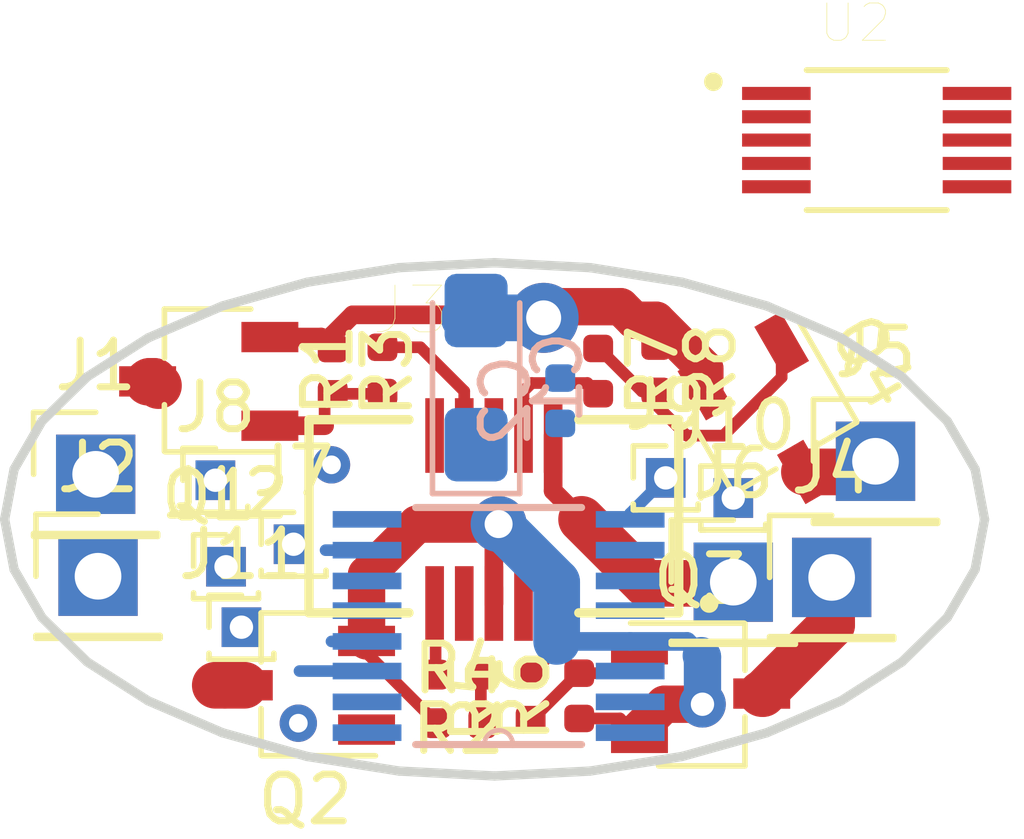
<source format=kicad_pcb>
(kicad_pcb (version 20171130) (host pcbnew 5.1.6-c6e7f7d~87~ubuntu20.04.1)

  (general
    (thickness 1.6)
    (drawings 34)
    (tracks 95)
    (zones 0)
    (modules 28)
    (nets 50)
  )

  (page A4)
  (layers
    (0 F.Cu signal)
    (31 B.Cu signal)
    (32 B.Adhes user hide)
    (33 F.Adhes user hide)
    (34 B.Paste user hide)
    (35 F.Paste user hide)
    (36 B.SilkS user hide)
    (37 F.SilkS user)
    (38 B.Mask user hide)
    (39 F.Mask user hide)
    (40 Dwgs.User user hide)
    (41 Cmts.User user hide)
    (42 Eco1.User user hide)
    (43 Eco2.User user hide)
    (44 Edge.Cuts user)
    (45 Margin user hide)
    (46 B.CrtYd user hide)
    (47 F.CrtYd user hide)
    (48 B.Fab user hide)
    (49 F.Fab user hide)
  )

  (setup
    (last_trace_width 0.25)
    (user_trace_width 0.4)
    (user_trace_width 0.8)
    (user_trace_width 1)
    (user_trace_width 2)
    (trace_clearance 0.2)
    (zone_clearance 0.508)
    (zone_45_only no)
    (trace_min 0.2)
    (via_size 0.8)
    (via_drill 0.4)
    (via_min_size 0.4)
    (via_min_drill 0.3)
    (user_via 1 0.5)
    (user_via 1.2 0.6)
    (user_via 1.5 0.75)
    (uvia_size 0.3)
    (uvia_drill 0.1)
    (uvias_allowed no)
    (uvia_min_size 0.2)
    (uvia_min_drill 0.1)
    (edge_width 0.05)
    (segment_width 0.2)
    (pcb_text_width 0.3)
    (pcb_text_size 1.5 1.5)
    (mod_edge_width 0.12)
    (mod_text_size 1 1)
    (mod_text_width 0.15)
    (pad_size 1.524 1.524)
    (pad_drill 0.762)
    (pad_to_mask_clearance 0.05)
    (aux_axis_origin 0 0)
    (visible_elements FFFFFF7F)
    (pcbplotparams
      (layerselection 0x010fc_ffffffff)
      (usegerberextensions false)
      (usegerberattributes true)
      (usegerberadvancedattributes true)
      (creategerberjobfile true)
      (excludeedgelayer true)
      (linewidth 0.100000)
      (plotframeref false)
      (viasonmask false)
      (mode 1)
      (useauxorigin false)
      (hpglpennumber 1)
      (hpglpenspeed 20)
      (hpglpendiameter 15.000000)
      (psnegative false)
      (psa4output false)
      (plotreference true)
      (plotvalue true)
      (plotinvisibletext false)
      (padsonsilk false)
      (subtractmaskfromsilk false)
      (outputformat 1)
      (mirror false)
      (drillshape 1)
      (scaleselection 1)
      (outputdirectory ""))
  )

  (net 0 "")
  (net 1 GND)
  (net 2 "Net-(J1-Pad1)")
  (net 3 "Net-(J2-Pad1)")
  (net 4 "Net-(J4-Pad1)")
  (net 5 "Net-(J5-Pad1)")
  (net 6 "Net-(Q1-Pad1)")
  (net 7 "Net-(Q2-Pad1)")
  (net 8 "Net-(Q3-Pad1)")
  (net 9 "Net-(Q4-Pad1)")
  (net 10 "Net-(U1-Pad15)")
  (net 11 "Net-(U1-Pad12)")
  (net 12 "Net-(U1-Pad11)")
  (net 13 "Net-(U1-Pad6)")
  (net 14 "Net-(U1-Pad5)")
  (net 15 "Net-(U1-Pad2)")
  (net 16 +12V)
  (net 17 "Net-(J7-Pad1)")
  (net 18 "Net-(J8-Pad1)")
  (net 19 "Net-(J9-Pad1)")
  (net 20 "Net-(J10-Pad1)")
  (net 21 /SDA)
  (net 22 "Net-(J11-Pad1)")
  (net 23 "Net-(J12-Pad1)")
  (net 24 "Net-(J3-Pad09)")
  (net 25 "Net-(J3-Pad08)")
  (net 26 "Net-(J3-Pad07)")
  (net 27 "Net-(J3-Pad04)")
  (net 28 "Net-(J3-Pad03)")
  (net 29 "Net-(J3-Pad01)")
  (net 30 +3V3)
  (net 31 /SCL)
  (net 32 "Net-(J3-Pad10)")
  (net 33 "Net-(J3-Pad06)")
  (net 34 "Net-(J3-Pad05)")
  (net 35 "Net-(J3-Pad02)")
  (net 36 "Net-(R1-Pad2)")
  (net 37 "Net-(R2-Pad2)")
  (net 38 "Net-(R5-Pad2)")
  (net 39 "Net-(R7-Pad2)")
  (net 40 "Net-(U2-Pad10)")
  (net 41 "Net-(U2-Pad9)")
  (net 42 "Net-(U2-Pad8)")
  (net 43 "Net-(U2-Pad7)")
  (net 44 "Net-(U2-Pad6)")
  (net 45 "Net-(U2-Pad5)")
  (net 46 "Net-(U2-Pad4)")
  (net 47 "Net-(U2-Pad3)")
  (net 48 "Net-(U2-Pad2)")
  (net 49 "Net-(U2-Pad1)")

  (net_class Default "This is the default net class."
    (clearance 0.2)
    (trace_width 0.25)
    (via_dia 0.8)
    (via_drill 0.4)
    (uvia_dia 0.3)
    (uvia_drill 0.1)
    (add_net +12V)
    (add_net +3V3)
    (add_net /SCL)
    (add_net /SDA)
    (add_net GND)
    (add_net "Net-(J1-Pad1)")
    (add_net "Net-(J10-Pad1)")
    (add_net "Net-(J11-Pad1)")
    (add_net "Net-(J12-Pad1)")
    (add_net "Net-(J2-Pad1)")
    (add_net "Net-(J3-Pad01)")
    (add_net "Net-(J3-Pad02)")
    (add_net "Net-(J3-Pad03)")
    (add_net "Net-(J3-Pad04)")
    (add_net "Net-(J3-Pad05)")
    (add_net "Net-(J3-Pad06)")
    (add_net "Net-(J3-Pad07)")
    (add_net "Net-(J3-Pad08)")
    (add_net "Net-(J3-Pad09)")
    (add_net "Net-(J3-Pad10)")
    (add_net "Net-(J4-Pad1)")
    (add_net "Net-(J5-Pad1)")
    (add_net "Net-(J7-Pad1)")
    (add_net "Net-(J8-Pad1)")
    (add_net "Net-(J9-Pad1)")
    (add_net "Net-(Q1-Pad1)")
    (add_net "Net-(Q2-Pad1)")
    (add_net "Net-(Q3-Pad1)")
    (add_net "Net-(Q4-Pad1)")
    (add_net "Net-(R1-Pad2)")
    (add_net "Net-(R2-Pad2)")
    (add_net "Net-(R5-Pad2)")
    (add_net "Net-(R7-Pad2)")
    (add_net "Net-(U1-Pad11)")
    (add_net "Net-(U1-Pad12)")
    (add_net "Net-(U1-Pad15)")
    (add_net "Net-(U1-Pad2)")
    (add_net "Net-(U1-Pad5)")
    (add_net "Net-(U1-Pad6)")
    (add_net "Net-(U2-Pad1)")
    (add_net "Net-(U2-Pad10)")
    (add_net "Net-(U2-Pad2)")
    (add_net "Net-(U2-Pad3)")
    (add_net "Net-(U2-Pad4)")
    (add_net "Net-(U2-Pad5)")
    (add_net "Net-(U2-Pad6)")
    (add_net "Net-(U2-Pad7)")
    (add_net "Net-(U2-Pad8)")
    (add_net "Net-(U2-Pad9)")
  )

  (module FDC1004DGSR:SOP50P490X110-10N (layer F.Cu) (tedit 5FC66EA3) (tstamp 5FC6D413)
    (at 163.6522 98.9584)
    (path /5FC6827C)
    (fp_text reference U2 (at -0.46 -2.508) (layer F.SilkS)
      (effects (font (size 0.8 0.8) (thickness 0.015)))
    )
    (fp_text value FDC1004DGSR (at 5.636 2.508) (layer F.Fab)
      (effects (font (size 0.8 0.8) (thickness 0.015)))
    )
    (fp_circle (center -3.5 -1.25) (end -3.4 -1.25) (layer F.SilkS) (width 0.2))
    (fp_circle (center -3.5 -1.25) (end -3.4 -1.25) (layer F.Fab) (width 0.2))
    (fp_line (start -1.5 -1.5) (end 1.5 -1.5) (layer F.Fab) (width 0.127))
    (fp_line (start -1.5 1.5) (end 1.5 1.5) (layer F.Fab) (width 0.127))
    (fp_line (start -1.5 -1.5) (end 1.5 -1.5) (layer F.SilkS) (width 0.127))
    (fp_line (start -1.5 1.5) (end 1.5 1.5) (layer F.SilkS) (width 0.127))
    (fp_line (start -1.5 -1.5) (end -1.5 1.5) (layer F.Fab) (width 0.127))
    (fp_line (start 1.5 -1.5) (end 1.5 1.5) (layer F.Fab) (width 0.127))
    (fp_line (start -3.135 -1.75) (end 3.135 -1.75) (layer F.CrtYd) (width 0.05))
    (fp_line (start -3.135 1.75) (end 3.135 1.75) (layer F.CrtYd) (width 0.05))
    (fp_line (start -3.135 -1.75) (end -3.135 1.75) (layer F.CrtYd) (width 0.05))
    (fp_line (start 3.135 -1.75) (end 3.135 1.75) (layer F.CrtYd) (width 0.05))
    (pad 10 smd rect (at 2.15 -1) (size 1.47 0.28) (layers F.Cu F.Paste F.Mask)
      (net 40 "Net-(U2-Pad10)"))
    (pad 9 smd rect (at 2.15 -0.5) (size 1.47 0.28) (layers F.Cu F.Paste F.Mask)
      (net 41 "Net-(U2-Pad9)"))
    (pad 8 smd rect (at 2.15 0) (size 1.47 0.28) (layers F.Cu F.Paste F.Mask)
      (net 42 "Net-(U2-Pad8)"))
    (pad 7 smd rect (at 2.15 0.5) (size 1.47 0.28) (layers F.Cu F.Paste F.Mask)
      (net 43 "Net-(U2-Pad7)"))
    (pad 6 smd rect (at 2.15 1) (size 1.47 0.28) (layers F.Cu F.Paste F.Mask)
      (net 44 "Net-(U2-Pad6)"))
    (pad 5 smd rect (at -2.15 1) (size 1.47 0.28) (layers F.Cu F.Paste F.Mask)
      (net 45 "Net-(U2-Pad5)"))
    (pad 4 smd rect (at -2.15 0.5) (size 1.47 0.28) (layers F.Cu F.Paste F.Mask)
      (net 46 "Net-(U2-Pad4)"))
    (pad 3 smd rect (at -2.15 0) (size 1.47 0.28) (layers F.Cu F.Paste F.Mask)
      (net 47 "Net-(U2-Pad3)"))
    (pad 2 smd rect (at -2.15 -0.5) (size 1.47 0.28) (layers F.Cu F.Paste F.Mask)
      (net 48 "Net-(U2-Pad2)"))
    (pad 1 smd rect (at -2.15 -1) (size 1.47 0.28) (layers F.Cu F.Paste F.Mask)
      (net 49 "Net-(U2-Pad1)"))
  )

  (module LSS-105-01-L-DV-A:SAMTEC_LSS-105-01-L-DV-A (layer F.Cu) (tedit 5FB84752) (tstamp 5FB9C9E0)
    (at 156.718 108.8898)
    (path /5FBD771E)
    (fp_text reference J3 (at -3.057 -6.285) (layer F.SilkS)
      (effects (font (size 1 1) (thickness 0.015)))
    )
    (fp_text value LSS-105-01-L-DV-A (at 9.008 2.665) (layer F.Fab)
      (effects (font (size 1 1) (thickness 0.015)))
    )
    (fp_circle (center 3.342 0) (end 3.442 0) (layer F.Fab) (width 0.2))
    (fp_circle (center 3.342 0) (end 3.442 0) (layer F.SilkS) (width 0.2))
    (fp_line (start 2.942 1.05) (end -5.482 1.05) (layer F.CrtYd) (width 0.05))
    (fp_line (start 2.942 -4.65) (end 2.942 1.05) (layer F.CrtYd) (width 0.05))
    (fp_line (start -5.482 -4.65) (end 2.942 -4.65) (layer F.CrtYd) (width 0.05))
    (fp_line (start -5.482 1.05) (end -5.482 -4.65) (layer F.CrtYd) (width 0.05))
    (fp_line (start -3.09 0.2) (end -5.232 0.2) (layer F.SilkS) (width 0.2))
    (fp_line (start 0.55 0.2) (end 2.692 0.2) (layer F.SilkS) (width 0.2))
    (fp_line (start 0.55 -3.94) (end 2.692 -3.94) (layer F.SilkS) (width 0.2))
    (fp_line (start -5.232 -3.94) (end -3.09 -3.94) (layer F.SilkS) (width 0.2))
    (fp_line (start 2.692 -3.94) (end 2.692 0.2) (layer F.SilkS) (width 0.2))
    (fp_line (start -5.232 0.2) (end -5.232 -3.94) (layer F.SilkS) (width 0.2))
    (fp_line (start 2.692 0.2) (end -5.232 0.2) (layer F.Fab) (width 0.1))
    (fp_line (start 2.692 -3.94) (end 2.692 0.2) (layer F.Fab) (width 0.1))
    (fp_line (start -5.232 -3.94) (end 2.692 -3.94) (layer F.Fab) (width 0.1))
    (fp_line (start -5.232 0.2) (end -5.232 -3.94) (layer F.Fab) (width 0.1))
    (pad 10 smd rect (at -2.54 -3.6) (size 0.4 1.6) (layers F.Cu F.Paste F.Mask)
      (net 32 "Net-(J3-Pad10)"))
    (pad 09 smd rect (at -2.54 0) (size 0.4 1.6) (layers F.Cu F.Paste F.Mask)
      (net 24 "Net-(J3-Pad09)"))
    (pad 08 smd rect (at -1.905 -3.6) (size 0.4 1.6) (layers F.Cu F.Paste F.Mask)
      (net 25 "Net-(J3-Pad08)"))
    (pad 07 smd rect (at -1.905 0) (size 0.4 1.6) (layers F.Cu F.Paste F.Mask)
      (net 26 "Net-(J3-Pad07)"))
    (pad 06 smd rect (at -1.27 -3.6) (size 0.4 1.6) (layers F.Cu F.Paste F.Mask)
      (net 33 "Net-(J3-Pad06)"))
    (pad 05 smd rect (at -1.27 0) (size 0.4 1.6) (layers F.Cu F.Paste F.Mask)
      (net 34 "Net-(J3-Pad05)"))
    (pad 04 smd rect (at -0.635 -3.6) (size 0.4 1.6) (layers F.Cu F.Paste F.Mask)
      (net 27 "Net-(J3-Pad04)"))
    (pad 03 smd rect (at -0.635 0) (size 0.4 1.6) (layers F.Cu F.Paste F.Mask)
      (net 28 "Net-(J3-Pad03)"))
    (pad 02 smd rect (at 0 -3.6) (size 0.4 1.6) (layers F.Cu F.Paste F.Mask)
      (net 35 "Net-(J3-Pad02)"))
    (pad 01 smd rect (at 0 0) (size 0.4 1.6) (layers F.Cu F.Paste F.Mask)
      (net 29 "Net-(J3-Pad01)"))
    (pad None np_thru_hole circle (at 1.067 -2.9) (size 0.89 0.89) (drill 0.89) (layers *.Cu *.Mask))
    (pad None np_thru_hole circle (at -3.607 -2.9) (size 0.89 0.89) (drill 0.89) (layers *.Cu *.Mask))
  )

  (module Connector_PinHeader_1.00mm:PinHeader_1x01_P1.00mm_Vertical (layer F.Cu) (tedit 59FED738) (tstamp 5FB5A81A)
    (at 159.131 106.1974)
    (descr "Through hole straight pin header, 1x01, 1.00mm pitch, single row")
    (tags "Through hole pin header THT 1x01 1.00mm single row")
    (path /5FB80260)
    (fp_text reference J9 (at 0 -1.56) (layer F.SilkS)
      (effects (font (size 1 1) (thickness 0.15)))
    )
    (fp_text value Conn_01x01 (at 0 1.56) (layer F.Fab)
      (effects (font (size 1 1) (thickness 0.15)))
    )
    (fp_line (start 1.15 -1) (end -1.15 -1) (layer F.CrtYd) (width 0.05))
    (fp_line (start 1.15 1) (end 1.15 -1) (layer F.CrtYd) (width 0.05))
    (fp_line (start -1.15 1) (end 1.15 1) (layer F.CrtYd) (width 0.05))
    (fp_line (start -1.15 -1) (end -1.15 1) (layer F.CrtYd) (width 0.05))
    (fp_line (start -0.695 -0.685) (end 0 -0.685) (layer F.SilkS) (width 0.12))
    (fp_line (start -0.695 0) (end -0.695 -0.685) (layer F.SilkS) (width 0.12))
    (fp_line (start 0.608276 0.685) (end 0.695 0.685) (layer F.SilkS) (width 0.12))
    (fp_line (start -0.695 0.685) (end -0.608276 0.685) (layer F.SilkS) (width 0.12))
    (fp_line (start 0.695 0.685) (end 0.695 0.56) (layer F.SilkS) (width 0.12))
    (fp_line (start -0.695 0.685) (end -0.695 0.56) (layer F.SilkS) (width 0.12))
    (fp_line (start -0.695 0.685) (end 0.695 0.685) (layer F.SilkS) (width 0.12))
    (fp_line (start -0.635 -0.1825) (end -0.3175 -0.5) (layer F.Fab) (width 0.1))
    (fp_line (start -0.635 0.5) (end -0.635 -0.1825) (layer F.Fab) (width 0.1))
    (fp_line (start 0.635 0.5) (end -0.635 0.5) (layer F.Fab) (width 0.1))
    (fp_line (start 0.635 -0.5) (end 0.635 0.5) (layer F.Fab) (width 0.1))
    (fp_line (start -0.3175 -0.5) (end 0.635 -0.5) (layer F.Fab) (width 0.1))
    (fp_text user %R (at 0 0 90) (layer F.Fab)
      (effects (font (size 0.76 0.76) (thickness 0.114)))
    )
    (pad 1 thru_hole rect (at 0 0) (size 0.85 0.85) (drill 0.5) (layers *.Cu *.Mask)
      (net 19 "Net-(J9-Pad1)"))
    (model ${KISYS3DMOD}/Connector_PinHeader_1.00mm.3dshapes/PinHeader_1x01_P1.00mm_Vertical.wrl
      (at (xyz 0 0 0))
      (scale (xyz 1 1 1))
      (rotate (xyz 0 0 0))
    )
  )

  (module Connector_PinHeader_1.00mm:PinHeader_1x01_P1.00mm_Vertical (layer F.Cu) (tedit 59FED738) (tstamp 5FB5A804)
    (at 149.479 106.2482)
    (descr "Through hole straight pin header, 1x01, 1.00mm pitch, single row")
    (tags "Through hole pin header THT 1x01 1.00mm single row")
    (path /5FB7FF30)
    (fp_text reference J8 (at 0 -1.56) (layer F.SilkS)
      (effects (font (size 1 1) (thickness 0.15)))
    )
    (fp_text value Conn_01x01 (at 0 1.56) (layer F.Fab)
      (effects (font (size 1 1) (thickness 0.15)))
    )
    (fp_line (start 1.15 -1) (end -1.15 -1) (layer F.CrtYd) (width 0.05))
    (fp_line (start 1.15 1) (end 1.15 -1) (layer F.CrtYd) (width 0.05))
    (fp_line (start -1.15 1) (end 1.15 1) (layer F.CrtYd) (width 0.05))
    (fp_line (start -1.15 -1) (end -1.15 1) (layer F.CrtYd) (width 0.05))
    (fp_line (start -0.695 -0.685) (end 0 -0.685) (layer F.SilkS) (width 0.12))
    (fp_line (start -0.695 0) (end -0.695 -0.685) (layer F.SilkS) (width 0.12))
    (fp_line (start 0.608276 0.685) (end 0.695 0.685) (layer F.SilkS) (width 0.12))
    (fp_line (start -0.695 0.685) (end -0.608276 0.685) (layer F.SilkS) (width 0.12))
    (fp_line (start 0.695 0.685) (end 0.695 0.56) (layer F.SilkS) (width 0.12))
    (fp_line (start -0.695 0.685) (end -0.695 0.56) (layer F.SilkS) (width 0.12))
    (fp_line (start -0.695 0.685) (end 0.695 0.685) (layer F.SilkS) (width 0.12))
    (fp_line (start -0.635 -0.1825) (end -0.3175 -0.5) (layer F.Fab) (width 0.1))
    (fp_line (start -0.635 0.5) (end -0.635 -0.1825) (layer F.Fab) (width 0.1))
    (fp_line (start 0.635 0.5) (end -0.635 0.5) (layer F.Fab) (width 0.1))
    (fp_line (start 0.635 -0.5) (end 0.635 0.5) (layer F.Fab) (width 0.1))
    (fp_line (start -0.3175 -0.5) (end 0.635 -0.5) (layer F.Fab) (width 0.1))
    (fp_text user %R (at 0 0 90) (layer F.Fab)
      (effects (font (size 0.76 0.76) (thickness 0.114)))
    )
    (pad 1 thru_hole rect (at 0 0) (size 0.85 0.85) (drill 0.5) (layers *.Cu *.Mask)
      (net 18 "Net-(J8-Pad1)"))
    (model ${KISYS3DMOD}/Connector_PinHeader_1.00mm.3dshapes/PinHeader_1x01_P1.00mm_Vertical.wrl
      (at (xyz 0 0 0))
      (scale (xyz 1 1 1))
      (rotate (xyz 0 0 0))
    )
  )

  (module Connector_PinHeader_2.54mm:PinHeader_1x01_P2.54mm_Vertical (layer F.Cu) (tedit 59FED5CC) (tstamp 5FADF57D)
    (at 163.6268 105.8418)
    (descr "Through hole straight pin header, 1x01, 2.54mm pitch, single row")
    (tags "Through hole pin header THT 1x01 2.54mm single row")
    (path /5FB020C4)
    (fp_text reference J5 (at 0 -2.33) (layer F.SilkS)
      (effects (font (size 1 1) (thickness 0.15)))
    )
    (fp_text value Conn_01x01 (at 0 2.33) (layer F.Fab)
      (effects (font (size 1 1) (thickness 0.15)))
    )
    (fp_line (start 1.8 -1.8) (end -1.8 -1.8) (layer F.CrtYd) (width 0.05))
    (fp_line (start 1.8 1.8) (end 1.8 -1.8) (layer F.CrtYd) (width 0.05))
    (fp_line (start -1.8 1.8) (end 1.8 1.8) (layer F.CrtYd) (width 0.05))
    (fp_line (start -1.8 -1.8) (end -1.8 1.8) (layer F.CrtYd) (width 0.05))
    (fp_line (start -1.33 -1.33) (end 0 -1.33) (layer F.SilkS) (width 0.12))
    (fp_line (start -1.33 0) (end -1.33 -1.33) (layer F.SilkS) (width 0.12))
    (fp_line (start -1.33 1.27) (end 1.33 1.27) (layer F.SilkS) (width 0.12))
    (fp_line (start 1.33 1.27) (end 1.33 1.33) (layer F.SilkS) (width 0.12))
    (fp_line (start -1.33 1.27) (end -1.33 1.33) (layer F.SilkS) (width 0.12))
    (fp_line (start -1.33 1.33) (end 1.33 1.33) (layer F.SilkS) (width 0.12))
    (fp_line (start -1.27 -0.635) (end -0.635 -1.27) (layer F.Fab) (width 0.1))
    (fp_line (start -1.27 1.27) (end -1.27 -0.635) (layer F.Fab) (width 0.1))
    (fp_line (start 1.27 1.27) (end -1.27 1.27) (layer F.Fab) (width 0.1))
    (fp_line (start 1.27 -1.27) (end 1.27 1.27) (layer F.Fab) (width 0.1))
    (fp_line (start -0.635 -1.27) (end 1.27 -1.27) (layer F.Fab) (width 0.1))
    (fp_text user %R (at 0 0 90) (layer F.Fab)
      (effects (font (size 1 1) (thickness 0.15)))
    )
    (pad 1 thru_hole rect (at 0 0) (size 1.7 1.7) (drill 1) (layers *.Cu *.Mask)
      (net 5 "Net-(J5-Pad1)"))
    (model ${KISYS3DMOD}/Connector_PinHeader_2.54mm.3dshapes/PinHeader_1x01_P2.54mm_Vertical.wrl
      (at (xyz 0 0 0))
      (scale (xyz 1 1 1))
      (rotate (xyz 0 0 0))
    )
  )

  (module Resistor_SMD:R_0402_1005Metric (layer F.Cu) (tedit 5B301BBD) (tstamp 5FADF61C)
    (at 156.2354 110.894 90)
    (descr "Resistor SMD 0402 (1005 Metric), square (rectangular) end terminal, IPC_7351 nominal, (Body size source: http://www.tortai-tech.com/upload/download/2011102023233369053.pdf), generated with kicad-footprint-generator")
    (tags resistor)
    (path /5FAE0608)
    (attr smd)
    (fp_text reference R5 (at 0 -1.17 90) (layer F.SilkS)
      (effects (font (size 1 1) (thickness 0.15)))
    )
    (fp_text value 1k (at 0 1.17 90) (layer F.Fab)
      (effects (font (size 1 1) (thickness 0.15)))
    )
    (fp_line (start 0.93 0.47) (end -0.93 0.47) (layer F.CrtYd) (width 0.05))
    (fp_line (start 0.93 -0.47) (end 0.93 0.47) (layer F.CrtYd) (width 0.05))
    (fp_line (start -0.93 -0.47) (end 0.93 -0.47) (layer F.CrtYd) (width 0.05))
    (fp_line (start -0.93 0.47) (end -0.93 -0.47) (layer F.CrtYd) (width 0.05))
    (fp_line (start 0.5 0.25) (end -0.5 0.25) (layer F.Fab) (width 0.1))
    (fp_line (start 0.5 -0.25) (end 0.5 0.25) (layer F.Fab) (width 0.1))
    (fp_line (start -0.5 -0.25) (end 0.5 -0.25) (layer F.Fab) (width 0.1))
    (fp_line (start -0.5 0.25) (end -0.5 -0.25) (layer F.Fab) (width 0.1))
    (fp_text user %R (at 0 0 90) (layer F.Fab)
      (effects (font (size 0.25 0.25) (thickness 0.04)))
    )
    (pad 2 smd roundrect (at 0.485 0 90) (size 0.59 0.64) (layers F.Cu F.Paste F.Mask) (roundrect_rratio 0.25)
      (net 38 "Net-(R5-Pad2)"))
    (pad 1 smd roundrect (at -0.485 0 90) (size 0.59 0.64) (layers F.Cu F.Paste F.Mask) (roundrect_rratio 0.25)
      (net 8 "Net-(Q3-Pad1)"))
    (model ${KISYS3DMOD}/Resistor_SMD.3dshapes/R_0402_1005Metric.wrl
      (at (xyz 0 0 0))
      (scale (xyz 1 1 1))
      (rotate (xyz 0 0 0))
    )
  )

  (module Resistor_SMD:R_0402_1005Metric (layer F.Cu) (tedit 5B301BBD) (tstamp 5FADF5FE)
    (at 151.9936 103.9114 270)
    (descr "Resistor SMD 0402 (1005 Metric), square (rectangular) end terminal, IPC_7351 nominal, (Body size source: http://www.tortai-tech.com/upload/download/2011102023233369053.pdf), generated with kicad-footprint-generator")
    (tags resistor)
    (path /5FB030ED)
    (attr smd)
    (fp_text reference R3 (at 0 -1.17 90) (layer F.SilkS)
      (effects (font (size 1 1) (thickness 0.15)))
    )
    (fp_text value 10k (at 0 1.17 90) (layer F.Fab)
      (effects (font (size 1 1) (thickness 0.15)))
    )
    (fp_line (start 0.93 0.47) (end -0.93 0.47) (layer F.CrtYd) (width 0.05))
    (fp_line (start 0.93 -0.47) (end 0.93 0.47) (layer F.CrtYd) (width 0.05))
    (fp_line (start -0.93 -0.47) (end 0.93 -0.47) (layer F.CrtYd) (width 0.05))
    (fp_line (start -0.93 0.47) (end -0.93 -0.47) (layer F.CrtYd) (width 0.05))
    (fp_line (start 0.5 0.25) (end -0.5 0.25) (layer F.Fab) (width 0.1))
    (fp_line (start 0.5 -0.25) (end 0.5 0.25) (layer F.Fab) (width 0.1))
    (fp_line (start -0.5 -0.25) (end 0.5 -0.25) (layer F.Fab) (width 0.1))
    (fp_line (start -0.5 0.25) (end -0.5 -0.25) (layer F.Fab) (width 0.1))
    (fp_text user %R (at 0 0 90) (layer F.Fab)
      (effects (font (size 0.25 0.25) (thickness 0.04)))
    )
    (pad 2 smd roundrect (at 0.485 0 270) (size 0.59 0.64) (layers F.Cu F.Paste F.Mask) (roundrect_rratio 0.25)
      (net 6 "Net-(Q1-Pad1)"))
    (pad 1 smd roundrect (at -0.485 0 270) (size 0.59 0.64) (layers F.Cu F.Paste F.Mask) (roundrect_rratio 0.25)
      (net 1 GND))
    (model ${KISYS3DMOD}/Resistor_SMD.3dshapes/R_0402_1005Metric.wrl
      (at (xyz 0 0 0))
      (scale (xyz 1 1 1))
      (rotate (xyz 0 0 0))
    )
  )

  (module Connector_PinHeader_2.54mm:PinHeader_1x01_P2.54mm_Vertical (layer F.Cu) (tedit 59FED5CC) (tstamp 5FADF529)
    (at 146.9644 108.3056)
    (descr "Through hole straight pin header, 1x01, 2.54mm pitch, single row")
    (tags "Through hole pin header THT 1x01 2.54mm single row")
    (path /5FB040D6)
    (fp_text reference J2 (at 0 -2.33) (layer F.SilkS)
      (effects (font (size 1 1) (thickness 0.15)))
    )
    (fp_text value Conn_01x01 (at 0 2.33) (layer F.Fab)
      (effects (font (size 1 1) (thickness 0.15)))
    )
    (fp_line (start 1.8 -1.8) (end -1.8 -1.8) (layer F.CrtYd) (width 0.05))
    (fp_line (start 1.8 1.8) (end 1.8 -1.8) (layer F.CrtYd) (width 0.05))
    (fp_line (start -1.8 1.8) (end 1.8 1.8) (layer F.CrtYd) (width 0.05))
    (fp_line (start -1.8 -1.8) (end -1.8 1.8) (layer F.CrtYd) (width 0.05))
    (fp_line (start -1.33 -1.33) (end 0 -1.33) (layer F.SilkS) (width 0.12))
    (fp_line (start -1.33 0) (end -1.33 -1.33) (layer F.SilkS) (width 0.12))
    (fp_line (start -1.33 1.27) (end 1.33 1.27) (layer F.SilkS) (width 0.12))
    (fp_line (start 1.33 1.27) (end 1.33 1.33) (layer F.SilkS) (width 0.12))
    (fp_line (start -1.33 1.27) (end -1.33 1.33) (layer F.SilkS) (width 0.12))
    (fp_line (start -1.33 1.33) (end 1.33 1.33) (layer F.SilkS) (width 0.12))
    (fp_line (start -1.27 -0.635) (end -0.635 -1.27) (layer F.Fab) (width 0.1))
    (fp_line (start -1.27 1.27) (end -1.27 -0.635) (layer F.Fab) (width 0.1))
    (fp_line (start 1.27 1.27) (end -1.27 1.27) (layer F.Fab) (width 0.1))
    (fp_line (start 1.27 -1.27) (end 1.27 1.27) (layer F.Fab) (width 0.1))
    (fp_line (start -0.635 -1.27) (end 1.27 -1.27) (layer F.Fab) (width 0.1))
    (fp_text user %R (at 0 0 90) (layer F.Fab)
      (effects (font (size 1 1) (thickness 0.15)))
    )
    (pad 1 thru_hole rect (at 0 0) (size 1.7 1.7) (drill 1) (layers *.Cu *.Mask)
      (net 3 "Net-(J2-Pad1)"))
    (model ${KISYS3DMOD}/Connector_PinHeader_2.54mm.3dshapes/PinHeader_1x01_P2.54mm_Vertical.wrl
      (at (xyz 0 0 0))
      (scale (xyz 1 1 1))
      (rotate (xyz 0 0 0))
    )
  )

  (module Connector_PinHeader_2.54mm:PinHeader_1x01_P2.54mm_Vertical (layer F.Cu) (tedit 59FED5CC) (tstamp 5FB5A16B)
    (at 160.5788 108.4326)
    (descr "Through hole straight pin header, 1x01, 2.54mm pitch, single row")
    (tags "Through hole pin header THT 1x01 2.54mm single row")
    (path /5FB67D7D)
    (fp_text reference J6 (at 0 -2.33) (layer F.SilkS)
      (effects (font (size 1 1) (thickness 0.15)))
    )
    (fp_text value Conn_01x01 (at 0 2.33) (layer F.Fab)
      (effects (font (size 1 1) (thickness 0.15)))
    )
    (fp_line (start 1.8 -1.8) (end -1.8 -1.8) (layer F.CrtYd) (width 0.05))
    (fp_line (start 1.8 1.8) (end 1.8 -1.8) (layer F.CrtYd) (width 0.05))
    (fp_line (start -1.8 1.8) (end 1.8 1.8) (layer F.CrtYd) (width 0.05))
    (fp_line (start -1.8 -1.8) (end -1.8 1.8) (layer F.CrtYd) (width 0.05))
    (fp_line (start -1.33 -1.33) (end 0 -1.33) (layer F.SilkS) (width 0.12))
    (fp_line (start -1.33 0) (end -1.33 -1.33) (layer F.SilkS) (width 0.12))
    (fp_line (start -1.33 1.27) (end 1.33 1.27) (layer F.SilkS) (width 0.12))
    (fp_line (start 1.33 1.27) (end 1.33 1.33) (layer F.SilkS) (width 0.12))
    (fp_line (start -1.33 1.27) (end -1.33 1.33) (layer F.SilkS) (width 0.12))
    (fp_line (start -1.33 1.33) (end 1.33 1.33) (layer F.SilkS) (width 0.12))
    (fp_line (start -1.27 -0.635) (end -0.635 -1.27) (layer F.Fab) (width 0.1))
    (fp_line (start -1.27 1.27) (end -1.27 -0.635) (layer F.Fab) (width 0.1))
    (fp_line (start 1.27 1.27) (end -1.27 1.27) (layer F.Fab) (width 0.1))
    (fp_line (start 1.27 -1.27) (end 1.27 1.27) (layer F.Fab) (width 0.1))
    (fp_line (start -0.635 -1.27) (end 1.27 -1.27) (layer F.Fab) (width 0.1))
    (fp_text user %R (at 0 0 90) (layer F.Fab)
      (effects (font (size 1 1) (thickness 0.15)))
    )
    (pad 1 thru_hole rect (at 0 0) (size 1.7 1.7) (drill 1) (layers *.Cu *.Mask)
      (net 16 +12V))
    (model ${KISYS3DMOD}/Connector_PinHeader_2.54mm.3dshapes/PinHeader_1x01_P2.54mm_Vertical.wrl
      (at (xyz 0 0 0))
      (scale (xyz 1 1 1))
      (rotate (xyz 0 0 0))
    )
  )

  (module Connector_PinHeader_1.00mm:PinHeader_1x01_P1.00mm_Vertical (layer F.Cu) (tedit 59FED738) (tstamp 5FB6F8F5)
    (at 149.7076 108.1024)
    (descr "Through hole straight pin header, 1x01, 1.00mm pitch, single row")
    (tags "Through hole pin header THT 1x01 1.00mm single row")
    (path /5FBC5657)
    (fp_text reference J12 (at 0 -1.56) (layer F.SilkS)
      (effects (font (size 1 1) (thickness 0.15)))
    )
    (fp_text value Conn_01x01 (at 0 1.56) (layer F.Fab)
      (effects (font (size 1 1) (thickness 0.15)))
    )
    (fp_line (start 1.15 -1) (end -1.15 -1) (layer F.CrtYd) (width 0.05))
    (fp_line (start 1.15 1) (end 1.15 -1) (layer F.CrtYd) (width 0.05))
    (fp_line (start -1.15 1) (end 1.15 1) (layer F.CrtYd) (width 0.05))
    (fp_line (start -1.15 -1) (end -1.15 1) (layer F.CrtYd) (width 0.05))
    (fp_line (start -0.695 -0.685) (end 0 -0.685) (layer F.SilkS) (width 0.12))
    (fp_line (start -0.695 0) (end -0.695 -0.685) (layer F.SilkS) (width 0.12))
    (fp_line (start 0.608276 0.685) (end 0.695 0.685) (layer F.SilkS) (width 0.12))
    (fp_line (start -0.695 0.685) (end -0.608276 0.685) (layer F.SilkS) (width 0.12))
    (fp_line (start 0.695 0.685) (end 0.695 0.56) (layer F.SilkS) (width 0.12))
    (fp_line (start -0.695 0.685) (end -0.695 0.56) (layer F.SilkS) (width 0.12))
    (fp_line (start -0.695 0.685) (end 0.695 0.685) (layer F.SilkS) (width 0.12))
    (fp_line (start -0.635 -0.1825) (end -0.3175 -0.5) (layer F.Fab) (width 0.1))
    (fp_line (start -0.635 0.5) (end -0.635 -0.1825) (layer F.Fab) (width 0.1))
    (fp_line (start 0.635 0.5) (end -0.635 0.5) (layer F.Fab) (width 0.1))
    (fp_line (start 0.635 -0.5) (end 0.635 0.5) (layer F.Fab) (width 0.1))
    (fp_line (start -0.3175 -0.5) (end 0.635 -0.5) (layer F.Fab) (width 0.1))
    (fp_text user %R (at 0 0 90) (layer F.Fab)
      (effects (font (size 0.76 0.76) (thickness 0.114)))
    )
    (pad 1 thru_hole rect (at 0 0) (size 0.85 0.85) (drill 0.5) (layers *.Cu *.Mask)
      (net 23 "Net-(J12-Pad1)"))
    (model ${KISYS3DMOD}/Connector_PinHeader_1.00mm.3dshapes/PinHeader_1x01_P1.00mm_Vertical.wrl
      (at (xyz 0 0 0))
      (scale (xyz 1 1 1))
      (rotate (xyz 0 0 0))
    )
  )

  (module Resistor_SMD:R_0402_1005Metric (layer F.Cu) (tedit 5B301BBD) (tstamp 5FADF5E0)
    (at 153.0604 103.8836 90)
    (descr "Resistor SMD 0402 (1005 Metric), square (rectangular) end terminal, IPC_7351 nominal, (Body size source: http://www.tortai-tech.com/upload/download/2011102023233369053.pdf), generated with kicad-footprint-generator")
    (tags resistor)
    (path /5FB030E1)
    (attr smd)
    (fp_text reference R1 (at 0 -1.17 90) (layer F.SilkS)
      (effects (font (size 1 1) (thickness 0.15)))
    )
    (fp_text value 1k (at 0 1.17 90) (layer F.Fab)
      (effects (font (size 1 1) (thickness 0.15)))
    )
    (fp_line (start 0.93 0.47) (end -0.93 0.47) (layer F.CrtYd) (width 0.05))
    (fp_line (start 0.93 -0.47) (end 0.93 0.47) (layer F.CrtYd) (width 0.05))
    (fp_line (start -0.93 -0.47) (end 0.93 -0.47) (layer F.CrtYd) (width 0.05))
    (fp_line (start -0.93 0.47) (end -0.93 -0.47) (layer F.CrtYd) (width 0.05))
    (fp_line (start 0.5 0.25) (end -0.5 0.25) (layer F.Fab) (width 0.1))
    (fp_line (start 0.5 -0.25) (end 0.5 0.25) (layer F.Fab) (width 0.1))
    (fp_line (start -0.5 -0.25) (end 0.5 -0.25) (layer F.Fab) (width 0.1))
    (fp_line (start -0.5 0.25) (end -0.5 -0.25) (layer F.Fab) (width 0.1))
    (fp_text user %R (at 0 0 90) (layer F.Fab)
      (effects (font (size 0.25 0.25) (thickness 0.04)))
    )
    (pad 2 smd roundrect (at 0.485 0 90) (size 0.59 0.64) (layers F.Cu F.Paste F.Mask) (roundrect_rratio 0.25)
      (net 36 "Net-(R1-Pad2)"))
    (pad 1 smd roundrect (at -0.485 0 90) (size 0.59 0.64) (layers F.Cu F.Paste F.Mask) (roundrect_rratio 0.25)
      (net 6 "Net-(Q1-Pad1)"))
    (model ${KISYS3DMOD}/Resistor_SMD.3dshapes/R_0402_1005Metric.wrl
      (at (xyz 0 0 0))
      (scale (xyz 1 1 1))
      (rotate (xyz 0 0 0))
    )
  )

  (module Connector_PinHeader_2.54mm:PinHeader_1x01_P2.54mm_Vertical (layer F.Cu) (tedit 59FED5CC) (tstamp 5FADF568)
    (at 162.687 108.331)
    (descr "Through hole straight pin header, 1x01, 2.54mm pitch, single row")
    (tags "Through hole pin header THT 1x01 2.54mm single row")
    (path /5FAEA27F)
    (fp_text reference J4 (at 0 -2.33) (layer F.SilkS)
      (effects (font (size 1 1) (thickness 0.15)))
    )
    (fp_text value Conn_01x01 (at 0 2.33) (layer F.Fab)
      (effects (font (size 1 1) (thickness 0.15)))
    )
    (fp_line (start 1.8 -1.8) (end -1.8 -1.8) (layer F.CrtYd) (width 0.05))
    (fp_line (start 1.8 1.8) (end 1.8 -1.8) (layer F.CrtYd) (width 0.05))
    (fp_line (start -1.8 1.8) (end 1.8 1.8) (layer F.CrtYd) (width 0.05))
    (fp_line (start -1.8 -1.8) (end -1.8 1.8) (layer F.CrtYd) (width 0.05))
    (fp_line (start -1.33 -1.33) (end 0 -1.33) (layer F.SilkS) (width 0.12))
    (fp_line (start -1.33 0) (end -1.33 -1.33) (layer F.SilkS) (width 0.12))
    (fp_line (start -1.33 1.27) (end 1.33 1.27) (layer F.SilkS) (width 0.12))
    (fp_line (start 1.33 1.27) (end 1.33 1.33) (layer F.SilkS) (width 0.12))
    (fp_line (start -1.33 1.27) (end -1.33 1.33) (layer F.SilkS) (width 0.12))
    (fp_line (start -1.33 1.33) (end 1.33 1.33) (layer F.SilkS) (width 0.12))
    (fp_line (start -1.27 -0.635) (end -0.635 -1.27) (layer F.Fab) (width 0.1))
    (fp_line (start -1.27 1.27) (end -1.27 -0.635) (layer F.Fab) (width 0.1))
    (fp_line (start 1.27 1.27) (end -1.27 1.27) (layer F.Fab) (width 0.1))
    (fp_line (start 1.27 -1.27) (end 1.27 1.27) (layer F.Fab) (width 0.1))
    (fp_line (start -0.635 -1.27) (end 1.27 -1.27) (layer F.Fab) (width 0.1))
    (fp_text user %R (at 0 0 90) (layer F.Fab)
      (effects (font (size 1 1) (thickness 0.15)))
    )
    (pad 1 thru_hole rect (at 0 0) (size 1.7 1.7) (drill 1) (layers *.Cu *.Mask)
      (net 4 "Net-(J4-Pad1)"))
    (model ${KISYS3DMOD}/Connector_PinHeader_2.54mm.3dshapes/PinHeader_1x01_P2.54mm_Vertical.wrl
      (at (xyz 0 0 0))
      (scale (xyz 1 1 1))
      (rotate (xyz 0 0 0))
    )
  )

  (module Package_TO_SOT_SMD:TSOT-23 (layer F.Cu) (tedit 5A02FF57) (tstamp 5FADF592)
    (at 149.3374 104.1298 180)
    (descr "3-pin TSOT23 package, http://www.analog.com.tw/pdf/All_In_One.pdf")
    (tags TSOT-23)
    (path /5FB030E7)
    (attr smd)
    (fp_text reference Q1 (at 0 -2.45) (layer F.SilkS)
      (effects (font (size 1 1) (thickness 0.15)))
    )
    (fp_text value Q_NMOS_GSD (at 0 2.5) (layer F.Fab)
      (effects (font (size 1 1) (thickness 0.15)))
    )
    (fp_line (start 2.17 1.7) (end -2.17 1.7) (layer F.CrtYd) (width 0.05))
    (fp_line (start 2.17 1.7) (end 2.17 -1.7) (layer F.CrtYd) (width 0.05))
    (fp_line (start -2.17 -1.7) (end -2.17 1.7) (layer F.CrtYd) (width 0.05))
    (fp_line (start -2.17 -1.7) (end 2.17 -1.7) (layer F.CrtYd) (width 0.05))
    (fp_line (start 0.88 -1.45) (end 0.88 1.45) (layer F.Fab) (width 0.1))
    (fp_line (start 0.88 1.45) (end -0.88 1.45) (layer F.Fab) (width 0.1))
    (fp_line (start -0.88 -1) (end -0.88 1.45) (layer F.Fab) (width 0.1))
    (fp_line (start 0.88 -1.45) (end -0.43 -1.45) (layer F.Fab) (width 0.1))
    (fp_line (start -0.88 -1) (end -0.43 -1.45) (layer F.Fab) (width 0.1))
    (fp_line (start 0.93 -1.51) (end -1.5 -1.51) (layer F.SilkS) (width 0.12))
    (fp_line (start 0.95 -1.5) (end 0.95 -0.5) (layer F.SilkS) (width 0.12))
    (fp_line (start 0.95 1.55) (end -0.9 1.55) (layer F.SilkS) (width 0.12))
    (fp_line (start 0.95 0.5) (end 0.95 1.55) (layer F.SilkS) (width 0.12))
    (fp_text user %R (at 0 0 90) (layer F.Fab)
      (effects (font (size 0.5 0.5) (thickness 0.075)))
    )
    (pad 3 smd rect (at 1.31 0 180) (size 1.22 0.65) (layers F.Cu F.Paste F.Mask)
      (net 2 "Net-(J1-Pad1)"))
    (pad 2 smd rect (at -1.31 0.95 180) (size 1.22 0.65) (layers F.Cu F.Paste F.Mask)
      (net 1 GND))
    (pad 1 smd rect (at -1.31 -0.95 180) (size 1.22 0.65) (layers F.Cu F.Paste F.Mask)
      (net 6 "Net-(Q1-Pad1)"))
    (model ${KISYS3DMOD}/Package_TO_SOT_SMD.3dshapes/TSOT-23.wrl
      (at (xyz 0 0 0))
      (scale (xyz 1 1 1))
      (rotate (xyz 0 0 0))
    )
  )

  (module Connector_PinHeader_2.54mm:PinHeader_1x01_P2.54mm_Vertical (layer F.Cu) (tedit 59FED5CC) (tstamp 5FADF514)
    (at 146.9136 106.1212)
    (descr "Through hole straight pin header, 1x01, 2.54mm pitch, single row")
    (tags "Through hole pin header THT 1x01 2.54mm single row")
    (path /5FB030FA)
    (fp_text reference J1 (at 0 -2.33) (layer F.SilkS)
      (effects (font (size 1 1) (thickness 0.15)))
    )
    (fp_text value Conn_01x01 (at 0 2.33) (layer F.Fab)
      (effects (font (size 1 1) (thickness 0.15)))
    )
    (fp_line (start 1.8 -1.8) (end -1.8 -1.8) (layer F.CrtYd) (width 0.05))
    (fp_line (start 1.8 1.8) (end 1.8 -1.8) (layer F.CrtYd) (width 0.05))
    (fp_line (start -1.8 1.8) (end 1.8 1.8) (layer F.CrtYd) (width 0.05))
    (fp_line (start -1.8 -1.8) (end -1.8 1.8) (layer F.CrtYd) (width 0.05))
    (fp_line (start -1.33 -1.33) (end 0 -1.33) (layer F.SilkS) (width 0.12))
    (fp_line (start -1.33 0) (end -1.33 -1.33) (layer F.SilkS) (width 0.12))
    (fp_line (start -1.33 1.27) (end 1.33 1.27) (layer F.SilkS) (width 0.12))
    (fp_line (start 1.33 1.27) (end 1.33 1.33) (layer F.SilkS) (width 0.12))
    (fp_line (start -1.33 1.27) (end -1.33 1.33) (layer F.SilkS) (width 0.12))
    (fp_line (start -1.33 1.33) (end 1.33 1.33) (layer F.SilkS) (width 0.12))
    (fp_line (start -1.27 -0.635) (end -0.635 -1.27) (layer F.Fab) (width 0.1))
    (fp_line (start -1.27 1.27) (end -1.27 -0.635) (layer F.Fab) (width 0.1))
    (fp_line (start 1.27 1.27) (end -1.27 1.27) (layer F.Fab) (width 0.1))
    (fp_line (start 1.27 -1.27) (end 1.27 1.27) (layer F.Fab) (width 0.1))
    (fp_line (start -0.635 -1.27) (end 1.27 -1.27) (layer F.Fab) (width 0.1))
    (fp_text user %R (at 0 0 90) (layer F.Fab)
      (effects (font (size 1 1) (thickness 0.15)))
    )
    (pad 1 thru_hole rect (at 0 0) (size 1.7 1.7) (drill 1) (layers *.Cu *.Mask)
      (net 2 "Net-(J1-Pad1)"))
    (model ${KISYS3DMOD}/Connector_PinHeader_2.54mm.3dshapes/PinHeader_1x01_P2.54mm_Vertical.wrl
      (at (xyz 0 0 0))
      (scale (xyz 1 1 1))
      (rotate (xyz 0 0 0))
    )
  )

  (module Package_TO_SOT_SMD:TSOT-23 (layer F.Cu) (tedit 5A02FF57) (tstamp 5FADF5D1)
    (at 161.4478 104.935907 300)
    (descr "3-pin TSOT23 package, http://www.analog.com.tw/pdf/All_In_One.pdf")
    (tags TSOT-23)
    (path /5FB020B1)
    (attr smd)
    (fp_text reference Q4 (at 0 -2.45 120) (layer F.SilkS)
      (effects (font (size 1 1) (thickness 0.15)))
    )
    (fp_text value Q_NMOS_GSD (at 0 2.5 120) (layer F.Fab)
      (effects (font (size 1 1) (thickness 0.15)))
    )
    (fp_line (start 2.17 1.7) (end -2.17 1.7) (layer F.CrtYd) (width 0.05))
    (fp_line (start 2.17 1.7) (end 2.17 -1.7) (layer F.CrtYd) (width 0.05))
    (fp_line (start -2.17 -1.7) (end -2.17 1.7) (layer F.CrtYd) (width 0.05))
    (fp_line (start -2.17 -1.7) (end 2.17 -1.7) (layer F.CrtYd) (width 0.05))
    (fp_line (start 0.88 -1.45) (end 0.88 1.45) (layer F.Fab) (width 0.1))
    (fp_line (start 0.88 1.45) (end -0.88 1.45) (layer F.Fab) (width 0.1))
    (fp_line (start -0.88 -1) (end -0.88 1.45) (layer F.Fab) (width 0.1))
    (fp_line (start 0.88 -1.45) (end -0.43 -1.45) (layer F.Fab) (width 0.1))
    (fp_line (start -0.88 -1) (end -0.43 -1.45) (layer F.Fab) (width 0.1))
    (fp_line (start 0.93 -1.51) (end -1.5 -1.51) (layer F.SilkS) (width 0.12))
    (fp_line (start 0.95 -1.5) (end 0.95 -0.5) (layer F.SilkS) (width 0.12))
    (fp_line (start 0.95 1.55) (end -0.9 1.55) (layer F.SilkS) (width 0.12))
    (fp_line (start 0.95 0.5) (end 0.95 1.55) (layer F.SilkS) (width 0.12))
    (fp_text user %R (at -0.3914 -0.3706 30) (layer F.Fab)
      (effects (font (size 0.5 0.5) (thickness 0.075)))
    )
    (pad 3 smd rect (at 1.31 0 300) (size 1.22 0.65) (layers F.Cu F.Paste F.Mask)
      (net 5 "Net-(J5-Pad1)"))
    (pad 2 smd rect (at -1.31 0.95 300) (size 1.22 0.65) (layers F.Cu F.Paste F.Mask)
      (net 1 GND))
    (pad 1 smd rect (at -1.31 -0.95 300) (size 1.22 0.65) (layers F.Cu F.Paste F.Mask)
      (net 9 "Net-(Q4-Pad1)"))
    (model ${KISYS3DMOD}/Package_TO_SOT_SMD.3dshapes/TSOT-23.wrl
      (at (xyz 0 0 0))
      (scale (xyz 1 1 1))
      (rotate (xyz 0 0 0))
    )
  )

  (module Connector_PinHeader_1.00mm:PinHeader_1x01_P1.00mm_Vertical (layer F.Cu) (tedit 59FED738) (tstamp 5FB5A830)
    (at 160.5788 106.6292)
    (descr "Through hole straight pin header, 1x01, 1.00mm pitch, single row")
    (tags "Through hole pin header THT 1x01 1.00mm single row")
    (path /5FB805C6)
    (fp_text reference J10 (at 0 -1.56) (layer F.SilkS)
      (effects (font (size 1 1) (thickness 0.15)))
    )
    (fp_text value Conn_01x01 (at 0 1.56) (layer F.Fab)
      (effects (font (size 1 1) (thickness 0.15)))
    )
    (fp_line (start 1.15 -1) (end -1.15 -1) (layer F.CrtYd) (width 0.05))
    (fp_line (start 1.15 1) (end 1.15 -1) (layer F.CrtYd) (width 0.05))
    (fp_line (start -1.15 1) (end 1.15 1) (layer F.CrtYd) (width 0.05))
    (fp_line (start -1.15 -1) (end -1.15 1) (layer F.CrtYd) (width 0.05))
    (fp_line (start -0.695 -0.685) (end 0 -0.685) (layer F.SilkS) (width 0.12))
    (fp_line (start -0.695 0) (end -0.695 -0.685) (layer F.SilkS) (width 0.12))
    (fp_line (start 0.608276 0.685) (end 0.695 0.685) (layer F.SilkS) (width 0.12))
    (fp_line (start -0.695 0.685) (end -0.608276 0.685) (layer F.SilkS) (width 0.12))
    (fp_line (start 0.695 0.685) (end 0.695 0.56) (layer F.SilkS) (width 0.12))
    (fp_line (start -0.695 0.685) (end -0.695 0.56) (layer F.SilkS) (width 0.12))
    (fp_line (start -0.695 0.685) (end 0.695 0.685) (layer F.SilkS) (width 0.12))
    (fp_line (start -0.635 -0.1825) (end -0.3175 -0.5) (layer F.Fab) (width 0.1))
    (fp_line (start -0.635 0.5) (end -0.635 -0.1825) (layer F.Fab) (width 0.1))
    (fp_line (start 0.635 0.5) (end -0.635 0.5) (layer F.Fab) (width 0.1))
    (fp_line (start 0.635 -0.5) (end 0.635 0.5) (layer F.Fab) (width 0.1))
    (fp_line (start -0.3175 -0.5) (end 0.635 -0.5) (layer F.Fab) (width 0.1))
    (fp_text user %R (at 0 0 90) (layer F.Fab)
      (effects (font (size 0.76 0.76) (thickness 0.114)))
    )
    (pad 1 thru_hole rect (at 0 0) (size 0.85 0.85) (drill 0.5) (layers *.Cu *.Mask)
      (net 20 "Net-(J10-Pad1)"))
    (model ${KISYS3DMOD}/Connector_PinHeader_1.00mm.3dshapes/PinHeader_1x01_P1.00mm_Vertical.wrl
      (at (xyz 0 0 0))
      (scale (xyz 1 1 1))
      (rotate (xyz 0 0 0))
    )
  )

  (module Resistor_SMD:R_0402_1005Metric (layer F.Cu) (tedit 5B301BBD) (tstamp 5FADF60D)
    (at 154.7114 111.4552)
    (descr "Resistor SMD 0402 (1005 Metric), square (rectangular) end terminal, IPC_7351 nominal, (Body size source: http://www.tortai-tech.com/upload/download/2011102023233369053.pdf), generated with kicad-footprint-generator")
    (tags resistor)
    (path /5FB040C9)
    (attr smd)
    (fp_text reference R4 (at 0 -1.17) (layer F.SilkS)
      (effects (font (size 1 1) (thickness 0.15)))
    )
    (fp_text value 10k (at 0 1.17) (layer F.Fab)
      (effects (font (size 1 1) (thickness 0.15)))
    )
    (fp_line (start 0.93 0.47) (end -0.93 0.47) (layer F.CrtYd) (width 0.05))
    (fp_line (start 0.93 -0.47) (end 0.93 0.47) (layer F.CrtYd) (width 0.05))
    (fp_line (start -0.93 -0.47) (end 0.93 -0.47) (layer F.CrtYd) (width 0.05))
    (fp_line (start -0.93 0.47) (end -0.93 -0.47) (layer F.CrtYd) (width 0.05))
    (fp_line (start 0.5 0.25) (end -0.5 0.25) (layer F.Fab) (width 0.1))
    (fp_line (start 0.5 -0.25) (end 0.5 0.25) (layer F.Fab) (width 0.1))
    (fp_line (start -0.5 -0.25) (end 0.5 -0.25) (layer F.Fab) (width 0.1))
    (fp_line (start -0.5 0.25) (end -0.5 -0.25) (layer F.Fab) (width 0.1))
    (fp_text user %R (at 0 0) (layer F.Fab)
      (effects (font (size 0.25 0.25) (thickness 0.04)))
    )
    (pad 2 smd roundrect (at 0.485 0) (size 0.59 0.64) (layers F.Cu F.Paste F.Mask) (roundrect_rratio 0.25)
      (net 7 "Net-(Q2-Pad1)"))
    (pad 1 smd roundrect (at -0.485 0) (size 0.59 0.64) (layers F.Cu F.Paste F.Mask) (roundrect_rratio 0.25)
      (net 1 GND))
    (model ${KISYS3DMOD}/Resistor_SMD.3dshapes/R_0402_1005Metric.wrl
      (at (xyz 0 0 0))
      (scale (xyz 1 1 1))
      (rotate (xyz 0 0 0))
    )
  )

  (module Package_TO_SOT_SMD:TSOT-23 (layer F.Cu) (tedit 5A02FF57) (tstamp 5FADF5A7)
    (at 151.4094 110.6424 180)
    (descr "3-pin TSOT23 package, http://www.analog.com.tw/pdf/All_In_One.pdf")
    (tags TSOT-23)
    (path /5FB040C3)
    (attr smd)
    (fp_text reference Q2 (at 0 -2.45) (layer F.SilkS)
      (effects (font (size 1 1) (thickness 0.15)))
    )
    (fp_text value Q_NMOS_GSD (at 0 2.5) (layer F.Fab)
      (effects (font (size 1 1) (thickness 0.15)))
    )
    (fp_line (start 2.17 1.7) (end -2.17 1.7) (layer F.CrtYd) (width 0.05))
    (fp_line (start 2.17 1.7) (end 2.17 -1.7) (layer F.CrtYd) (width 0.05))
    (fp_line (start -2.17 -1.7) (end -2.17 1.7) (layer F.CrtYd) (width 0.05))
    (fp_line (start -2.17 -1.7) (end 2.17 -1.7) (layer F.CrtYd) (width 0.05))
    (fp_line (start 0.88 -1.45) (end 0.88 1.45) (layer F.Fab) (width 0.1))
    (fp_line (start 0.88 1.45) (end -0.88 1.45) (layer F.Fab) (width 0.1))
    (fp_line (start -0.88 -1) (end -0.88 1.45) (layer F.Fab) (width 0.1))
    (fp_line (start 0.88 -1.45) (end -0.43 -1.45) (layer F.Fab) (width 0.1))
    (fp_line (start -0.88 -1) (end -0.43 -1.45) (layer F.Fab) (width 0.1))
    (fp_line (start 0.93 -1.51) (end -1.5 -1.51) (layer F.SilkS) (width 0.12))
    (fp_line (start 0.95 -1.5) (end 0.95 -0.5) (layer F.SilkS) (width 0.12))
    (fp_line (start 0.95 1.55) (end -0.9 1.55) (layer F.SilkS) (width 0.12))
    (fp_line (start 0.95 0.5) (end 0.95 1.55) (layer F.SilkS) (width 0.12))
    (fp_text user %R (at 0 0 90) (layer F.Fab)
      (effects (font (size 0.5 0.5) (thickness 0.075)))
    )
    (pad 3 smd rect (at 1.31 0 180) (size 1.22 0.65) (layers F.Cu F.Paste F.Mask)
      (net 3 "Net-(J2-Pad1)"))
    (pad 2 smd rect (at -1.31 0.95 180) (size 1.22 0.65) (layers F.Cu F.Paste F.Mask)
      (net 1 GND))
    (pad 1 smd rect (at -1.31 -0.95 180) (size 1.22 0.65) (layers F.Cu F.Paste F.Mask)
      (net 7 "Net-(Q2-Pad1)"))
    (model ${KISYS3DMOD}/Package_TO_SOT_SMD.3dshapes/TSOT-23.wrl
      (at (xyz 0 0 0))
      (scale (xyz 1 1 1))
      (rotate (xyz 0 0 0))
    )
  )

  (module Resistor_SMD:R_0402_1005Metric (layer F.Cu) (tedit 5B301BBD) (tstamp 5FADF62B)
    (at 157.2768 110.8686 90)
    (descr "Resistor SMD 0402 (1005 Metric), square (rectangular) end terminal, IPC_7351 nominal, (Body size source: http://www.tortai-tech.com/upload/download/2011102023233369053.pdf), generated with kicad-footprint-generator")
    (tags resistor)
    (path /5FAE8C58)
    (attr smd)
    (fp_text reference R6 (at 0 -1.17 90) (layer F.SilkS)
      (effects (font (size 1 1) (thickness 0.15)))
    )
    (fp_text value 10k (at 0 1.17 90) (layer F.Fab)
      (effects (font (size 1 1) (thickness 0.15)))
    )
    (fp_line (start 0.93 0.47) (end -0.93 0.47) (layer F.CrtYd) (width 0.05))
    (fp_line (start 0.93 -0.47) (end 0.93 0.47) (layer F.CrtYd) (width 0.05))
    (fp_line (start -0.93 -0.47) (end 0.93 -0.47) (layer F.CrtYd) (width 0.05))
    (fp_line (start -0.93 0.47) (end -0.93 -0.47) (layer F.CrtYd) (width 0.05))
    (fp_line (start 0.5 0.25) (end -0.5 0.25) (layer F.Fab) (width 0.1))
    (fp_line (start 0.5 -0.25) (end 0.5 0.25) (layer F.Fab) (width 0.1))
    (fp_line (start -0.5 -0.25) (end 0.5 -0.25) (layer F.Fab) (width 0.1))
    (fp_line (start -0.5 0.25) (end -0.5 -0.25) (layer F.Fab) (width 0.1))
    (fp_text user %R (at 0 0 90) (layer F.Fab)
      (effects (font (size 0.25 0.25) (thickness 0.04)))
    )
    (pad 2 smd roundrect (at 0.485 0 90) (size 0.59 0.64) (layers F.Cu F.Paste F.Mask) (roundrect_rratio 0.25)
      (net 8 "Net-(Q3-Pad1)"))
    (pad 1 smd roundrect (at -0.485 0 90) (size 0.59 0.64) (layers F.Cu F.Paste F.Mask) (roundrect_rratio 0.25)
      (net 1 GND))
    (model ${KISYS3DMOD}/Resistor_SMD.3dshapes/R_0402_1005Metric.wrl
      (at (xyz 0 0 0))
      (scale (xyz 1 1 1))
      (rotate (xyz 0 0 0))
    )
  )

  (module Resistor_SMD:R_0402_1005Metric (layer F.Cu) (tedit 5B301BBD) (tstamp 5FADF5EF)
    (at 154.6836 110.4138 180)
    (descr "Resistor SMD 0402 (1005 Metric), square (rectangular) end terminal, IPC_7351 nominal, (Body size source: http://www.tortai-tech.com/upload/download/2011102023233369053.pdf), generated with kicad-footprint-generator")
    (tags resistor)
    (path /5FB040BD)
    (attr smd)
    (fp_text reference R2 (at 0 -1.17) (layer F.SilkS)
      (effects (font (size 1 1) (thickness 0.15)))
    )
    (fp_text value 1k (at 0 1.17) (layer F.Fab)
      (effects (font (size 1 1) (thickness 0.15)))
    )
    (fp_line (start 0.93 0.47) (end -0.93 0.47) (layer F.CrtYd) (width 0.05))
    (fp_line (start 0.93 -0.47) (end 0.93 0.47) (layer F.CrtYd) (width 0.05))
    (fp_line (start -0.93 -0.47) (end 0.93 -0.47) (layer F.CrtYd) (width 0.05))
    (fp_line (start -0.93 0.47) (end -0.93 -0.47) (layer F.CrtYd) (width 0.05))
    (fp_line (start 0.5 0.25) (end -0.5 0.25) (layer F.Fab) (width 0.1))
    (fp_line (start 0.5 -0.25) (end 0.5 0.25) (layer F.Fab) (width 0.1))
    (fp_line (start -0.5 -0.25) (end 0.5 -0.25) (layer F.Fab) (width 0.1))
    (fp_line (start -0.5 0.25) (end -0.5 -0.25) (layer F.Fab) (width 0.1))
    (fp_text user %R (at 0 0) (layer F.Fab)
      (effects (font (size 0.25 0.25) (thickness 0.04)))
    )
    (pad 2 smd roundrect (at 0.485 0 180) (size 0.59 0.64) (layers F.Cu F.Paste F.Mask) (roundrect_rratio 0.25)
      (net 37 "Net-(R2-Pad2)"))
    (pad 1 smd roundrect (at -0.485 0 180) (size 0.59 0.64) (layers F.Cu F.Paste F.Mask) (roundrect_rratio 0.25)
      (net 7 "Net-(Q2-Pad1)"))
    (model ${KISYS3DMOD}/Resistor_SMD.3dshapes/R_0402_1005Metric.wrl
      (at (xyz 0 0 0))
      (scale (xyz 1 1 1))
      (rotate (xyz 0 0 0))
    )
  )

  (module Connector_PinHeader_1.00mm:PinHeader_1x01_P1.00mm_Vertical (layer F.Cu) (tedit 59FED738) (tstamp 5FB6F8DF)
    (at 150.0378 109.3978)
    (descr "Through hole straight pin header, 1x01, 1.00mm pitch, single row")
    (tags "Through hole pin header THT 1x01 1.00mm single row")
    (path /5FBC517A)
    (fp_text reference J11 (at 0 -1.56) (layer F.SilkS)
      (effects (font (size 1 1) (thickness 0.15)))
    )
    (fp_text value Conn_01x01 (at 0 1.56) (layer F.Fab)
      (effects (font (size 1 1) (thickness 0.15)))
    )
    (fp_line (start -0.3175 -0.5) (end 0.635 -0.5) (layer F.Fab) (width 0.1))
    (fp_line (start 0.635 -0.5) (end 0.635 0.5) (layer F.Fab) (width 0.1))
    (fp_line (start 0.635 0.5) (end -0.635 0.5) (layer F.Fab) (width 0.1))
    (fp_line (start -0.635 0.5) (end -0.635 -0.1825) (layer F.Fab) (width 0.1))
    (fp_line (start -0.635 -0.1825) (end -0.3175 -0.5) (layer F.Fab) (width 0.1))
    (fp_line (start -0.695 0.685) (end 0.695 0.685) (layer F.SilkS) (width 0.12))
    (fp_line (start -0.695 0.685) (end -0.695 0.56) (layer F.SilkS) (width 0.12))
    (fp_line (start 0.695 0.685) (end 0.695 0.56) (layer F.SilkS) (width 0.12))
    (fp_line (start -0.695 0.685) (end -0.608276 0.685) (layer F.SilkS) (width 0.12))
    (fp_line (start 0.608276 0.685) (end 0.695 0.685) (layer F.SilkS) (width 0.12))
    (fp_line (start -0.695 0) (end -0.695 -0.685) (layer F.SilkS) (width 0.12))
    (fp_line (start -0.695 -0.685) (end 0 -0.685) (layer F.SilkS) (width 0.12))
    (fp_line (start -1.15 -1) (end -1.15 1) (layer F.CrtYd) (width 0.05))
    (fp_line (start -1.15 1) (end 1.15 1) (layer F.CrtYd) (width 0.05))
    (fp_line (start 1.15 1) (end 1.15 -1) (layer F.CrtYd) (width 0.05))
    (fp_line (start 1.15 -1) (end -1.15 -1) (layer F.CrtYd) (width 0.05))
    (fp_text user %R (at 0 0 90) (layer F.Fab)
      (effects (font (size 0.76 0.76) (thickness 0.114)))
    )
    (pad 1 thru_hole rect (at 0 0) (size 0.85 0.85) (drill 0.5) (layers *.Cu *.Mask)
      (net 22 "Net-(J11-Pad1)"))
    (model ${KISYS3DMOD}/Connector_PinHeader_1.00mm.3dshapes/PinHeader_1x01_P1.00mm_Vertical.wrl
      (at (xyz 0 0 0))
      (scale (xyz 1 1 1))
      (rotate (xyz 0 0 0))
    )
  )

  (module Connector_PinHeader_1.00mm:PinHeader_1x01_P1.00mm_Vertical (layer F.Cu) (tedit 59FED738) (tstamp 5FB5A7EE)
    (at 151.1554 107.6198)
    (descr "Through hole straight pin header, 1x01, 1.00mm pitch, single row")
    (tags "Through hole pin header THT 1x01 1.00mm single row")
    (path /5FB7F769)
    (fp_text reference J7 (at 0 -1.56) (layer F.SilkS)
      (effects (font (size 1 1) (thickness 0.15)))
    )
    (fp_text value Conn_01x01 (at 0 1.56) (layer F.Fab)
      (effects (font (size 1 1) (thickness 0.15)))
    )
    (fp_line (start 1.15 -1) (end -1.15 -1) (layer F.CrtYd) (width 0.05))
    (fp_line (start 1.15 1) (end 1.15 -1) (layer F.CrtYd) (width 0.05))
    (fp_line (start -1.15 1) (end 1.15 1) (layer F.CrtYd) (width 0.05))
    (fp_line (start -1.15 -1) (end -1.15 1) (layer F.CrtYd) (width 0.05))
    (fp_line (start -0.695 -0.685) (end 0 -0.685) (layer F.SilkS) (width 0.12))
    (fp_line (start -0.695 0) (end -0.695 -0.685) (layer F.SilkS) (width 0.12))
    (fp_line (start 0.608276 0.685) (end 0.695 0.685) (layer F.SilkS) (width 0.12))
    (fp_line (start -0.695 0.685) (end -0.608276 0.685) (layer F.SilkS) (width 0.12))
    (fp_line (start 0.695 0.685) (end 0.695 0.56) (layer F.SilkS) (width 0.12))
    (fp_line (start -0.695 0.685) (end -0.695 0.56) (layer F.SilkS) (width 0.12))
    (fp_line (start -0.695 0.685) (end 0.695 0.685) (layer F.SilkS) (width 0.12))
    (fp_line (start -0.635 -0.1825) (end -0.3175 -0.5) (layer F.Fab) (width 0.1))
    (fp_line (start -0.635 0.5) (end -0.635 -0.1825) (layer F.Fab) (width 0.1))
    (fp_line (start 0.635 0.5) (end -0.635 0.5) (layer F.Fab) (width 0.1))
    (fp_line (start 0.635 -0.5) (end 0.635 0.5) (layer F.Fab) (width 0.1))
    (fp_line (start -0.3175 -0.5) (end 0.635 -0.5) (layer F.Fab) (width 0.1))
    (fp_text user %R (at 0 0 90) (layer F.Fab)
      (effects (font (size 0.76 0.76) (thickness 0.114)))
    )
    (pad 1 thru_hole rect (at 0 0) (size 0.85 0.85) (drill 0.5) (layers *.Cu *.Mask)
      (net 17 "Net-(J7-Pad1)"))
    (model ${KISYS3DMOD}/Connector_PinHeader_1.00mm.3dshapes/PinHeader_1x01_P1.00mm_Vertical.wrl
      (at (xyz 0 0 0))
      (scale (xyz 1 1 1))
      (rotate (xyz 0 0 0))
    )
  )

  (module Package_TO_SOT_SMD:TSOT-23 (layer F.Cu) (tedit 5A02FF57) (tstamp 5FADF5BC)
    (at 159.8784 110.8202)
    (descr "3-pin TSOT23 package, http://www.analog.com.tw/pdf/All_In_One.pdf")
    (tags TSOT-23)
    (path /5FAE2394)
    (attr smd)
    (fp_text reference Q3 (at 0 -2.45) (layer F.SilkS)
      (effects (font (size 1 1) (thickness 0.15)))
    )
    (fp_text value Q_NMOS_GSD (at 0 2.5) (layer F.Fab)
      (effects (font (size 1 1) (thickness 0.15)))
    )
    (fp_line (start 2.17 1.7) (end -2.17 1.7) (layer F.CrtYd) (width 0.05))
    (fp_line (start 2.17 1.7) (end 2.17 -1.7) (layer F.CrtYd) (width 0.05))
    (fp_line (start -2.17 -1.7) (end -2.17 1.7) (layer F.CrtYd) (width 0.05))
    (fp_line (start -2.17 -1.7) (end 2.17 -1.7) (layer F.CrtYd) (width 0.05))
    (fp_line (start 0.88 -1.45) (end 0.88 1.45) (layer F.Fab) (width 0.1))
    (fp_line (start 0.88 1.45) (end -0.88 1.45) (layer F.Fab) (width 0.1))
    (fp_line (start -0.88 -1) (end -0.88 1.45) (layer F.Fab) (width 0.1))
    (fp_line (start 0.88 -1.45) (end -0.43 -1.45) (layer F.Fab) (width 0.1))
    (fp_line (start -0.88 -1) (end -0.43 -1.45) (layer F.Fab) (width 0.1))
    (fp_line (start 0.93 -1.51) (end -1.5 -1.51) (layer F.SilkS) (width 0.12))
    (fp_line (start 0.95 -1.5) (end 0.95 -0.5) (layer F.SilkS) (width 0.12))
    (fp_line (start 0.95 1.55) (end -0.9 1.55) (layer F.SilkS) (width 0.12))
    (fp_line (start 0.95 0.5) (end 0.95 1.55) (layer F.SilkS) (width 0.12))
    (fp_text user %R (at 0.2286 -0.0762 -270) (layer F.Fab)
      (effects (font (size 0.5 0.5) (thickness 0.075)))
    )
    (pad 3 smd rect (at 1.31 0) (size 1.22 0.65) (layers F.Cu F.Paste F.Mask)
      (net 4 "Net-(J4-Pad1)"))
    (pad 2 smd rect (at -1.31 0.95) (size 1.22 0.65) (layers F.Cu F.Paste F.Mask)
      (net 1 GND))
    (pad 1 smd rect (at -1.31 -0.95) (size 1.22 0.65) (layers F.Cu F.Paste F.Mask)
      (net 8 "Net-(Q3-Pad1)"))
    (model ${KISYS3DMOD}/Package_TO_SOT_SMD.3dshapes/TSOT-23.wrl
      (at (xyz 0 0 0))
      (scale (xyz 1 1 1))
      (rotate (xyz 0 0 0))
    )
  )

  (module AD7746ARUZ:SOP65P640X120-16N (layer B.Cu) (tedit 5F1073EA) (tstamp 5FADF6AD)
    (at 155.5496 109.3724)
    (path /5FAD69E7)
    (fp_text reference U1 (at 1.755045 5.494075) (layer B.SilkS)
      (effects (font (size 1.642291 1.642291) (thickness 0.015)) (justify mirror))
    )
    (fp_text value AD7746ARUZ (at 14.251655 -4.674345) (layer B.Fab)
      (effects (font (size 1.64026 1.64026) (thickness 0.015)) (justify mirror))
    )
    (fp_line (start 3.81 -1.8034) (end 3.81 -1.4224) (layer Dwgs.User) (width 0.1524))
    (fp_line (start 4.064 -1.8034) (end 3.81 -1.8034) (layer Dwgs.User) (width 0.1524))
    (fp_line (start 4.064 -1.4224) (end 4.064 -1.8034) (layer Dwgs.User) (width 0.1524))
    (fp_line (start -0.3048 2.54) (end -1.778 2.54) (layer B.SilkS) (width 0.1524))
    (fp_line (start 0.3048 2.54) (end -0.3048 2.54) (layer B.SilkS) (width 0.1524))
    (fp_line (start 1.778 2.54) (end 0.3048 2.54) (layer B.SilkS) (width 0.1524))
    (fp_line (start -1.778 -2.54) (end 1.778 -2.54) (layer B.SilkS) (width 0.1524))
    (fp_line (start -2.2606 2.54) (end -2.2606 -2.54) (layer B.Fab) (width 0.1524))
    (fp_line (start -0.3048 2.54) (end -2.2606 2.54) (layer B.Fab) (width 0.1524))
    (fp_line (start 0.3048 2.54) (end -0.3048 2.54) (layer B.Fab) (width 0.1524))
    (fp_line (start 2.2606 2.54) (end 0.3048 2.54) (layer B.Fab) (width 0.1524))
    (fp_line (start 2.2606 -2.54) (end 2.2606 2.54) (layer B.Fab) (width 0.1524))
    (fp_line (start -2.2606 -2.54) (end 2.2606 -2.54) (layer B.Fab) (width 0.1524))
    (fp_line (start 3.2004 2.413) (end 2.2606 2.413) (layer B.Fab) (width 0.1524))
    (fp_line (start 3.2004 2.1336) (end 3.2004 2.413) (layer B.Fab) (width 0.1524))
    (fp_line (start 2.2606 2.1336) (end 3.2004 2.1336) (layer B.Fab) (width 0.1524))
    (fp_line (start 2.2606 2.413) (end 2.2606 2.1336) (layer B.Fab) (width 0.1524))
    (fp_line (start 3.2004 1.778) (end 2.2606 1.778) (layer B.Fab) (width 0.1524))
    (fp_line (start 3.2004 1.4732) (end 3.2004 1.778) (layer B.Fab) (width 0.1524))
    (fp_line (start 2.2606 1.4732) (end 3.2004 1.4732) (layer B.Fab) (width 0.1524))
    (fp_line (start 2.2606 1.778) (end 2.2606 1.4732) (layer B.Fab) (width 0.1524))
    (fp_line (start 3.2004 1.1176) (end 2.2606 1.1176) (layer B.Fab) (width 0.1524))
    (fp_line (start 3.2004 0.8128) (end 3.2004 1.1176) (layer B.Fab) (width 0.1524))
    (fp_line (start 2.2606 0.8128) (end 3.2004 0.8128) (layer B.Fab) (width 0.1524))
    (fp_line (start 2.2606 1.1176) (end 2.2606 0.8128) (layer B.Fab) (width 0.1524))
    (fp_line (start 3.2004 0.4826) (end 2.2606 0.4826) (layer B.Fab) (width 0.1524))
    (fp_line (start 3.2004 0.1778) (end 3.2004 0.4826) (layer B.Fab) (width 0.1524))
    (fp_line (start 2.2606 0.1778) (end 3.2004 0.1778) (layer B.Fab) (width 0.1524))
    (fp_line (start 2.2606 0.4826) (end 2.2606 0.1778) (layer B.Fab) (width 0.1524))
    (fp_line (start 3.2004 -0.1778) (end 2.2606 -0.1778) (layer B.Fab) (width 0.1524))
    (fp_line (start 3.2004 -0.4826) (end 3.2004 -0.1778) (layer B.Fab) (width 0.1524))
    (fp_line (start 2.2606 -0.4826) (end 3.2004 -0.4826) (layer B.Fab) (width 0.1524))
    (fp_line (start 2.2606 -0.1778) (end 2.2606 -0.4826) (layer B.Fab) (width 0.1524))
    (fp_line (start 3.2004 -0.8128) (end 2.2606 -0.8128) (layer B.Fab) (width 0.1524))
    (fp_line (start 3.2004 -1.1176) (end 3.2004 -0.8128) (layer B.Fab) (width 0.1524))
    (fp_line (start 2.2606 -1.1176) (end 3.2004 -1.1176) (layer B.Fab) (width 0.1524))
    (fp_line (start 2.2606 -0.8128) (end 2.2606 -1.1176) (layer B.Fab) (width 0.1524))
    (fp_line (start 3.2004 -1.4732) (end 2.2606 -1.4732) (layer B.Fab) (width 0.1524))
    (fp_line (start 3.2004 -1.778) (end 3.2004 -1.4732) (layer B.Fab) (width 0.1524))
    (fp_line (start 2.2606 -1.778) (end 3.2004 -1.778) (layer B.Fab) (width 0.1524))
    (fp_line (start 2.2606 -1.4732) (end 2.2606 -1.778) (layer B.Fab) (width 0.1524))
    (fp_line (start 3.2004 -2.1336) (end 2.2606 -2.1336) (layer B.Fab) (width 0.1524))
    (fp_line (start 3.2004 -2.413) (end 3.2004 -2.1336) (layer B.Fab) (width 0.1524))
    (fp_line (start 2.2606 -2.413) (end 3.2004 -2.413) (layer B.Fab) (width 0.1524))
    (fp_line (start 2.2606 -2.1336) (end 2.2606 -2.413) (layer B.Fab) (width 0.1524))
    (fp_line (start -3.2004 -2.413) (end -2.2606 -2.413) (layer B.Fab) (width 0.1524))
    (fp_line (start -3.2004 -2.1336) (end -3.2004 -2.413) (layer B.Fab) (width 0.1524))
    (fp_line (start -2.2606 -2.1336) (end -3.2004 -2.1336) (layer B.Fab) (width 0.1524))
    (fp_line (start -2.2606 -2.413) (end -2.2606 -2.1336) (layer B.Fab) (width 0.1524))
    (fp_line (start -3.2004 -1.778) (end -2.2606 -1.778) (layer B.Fab) (width 0.1524))
    (fp_line (start -3.2004 -1.4732) (end -3.2004 -1.778) (layer B.Fab) (width 0.1524))
    (fp_line (start -2.2606 -1.4732) (end -3.2004 -1.4732) (layer B.Fab) (width 0.1524))
    (fp_line (start -2.2606 -1.778) (end -2.2606 -1.4732) (layer B.Fab) (width 0.1524))
    (fp_line (start -3.2004 -1.1176) (end -2.2606 -1.1176) (layer B.Fab) (width 0.1524))
    (fp_line (start -3.2004 -0.8128) (end -3.2004 -1.1176) (layer B.Fab) (width 0.1524))
    (fp_line (start -2.2606 -0.8128) (end -3.2004 -0.8128) (layer B.Fab) (width 0.1524))
    (fp_line (start -2.2606 -1.1176) (end -2.2606 -0.8128) (layer B.Fab) (width 0.1524))
    (fp_line (start -3.2004 -0.4826) (end -2.2606 -0.4826) (layer B.Fab) (width 0.1524))
    (fp_line (start -3.2004 -0.1778) (end -3.2004 -0.4826) (layer B.Fab) (width 0.1524))
    (fp_line (start -2.2606 -0.1778) (end -3.2004 -0.1778) (layer B.Fab) (width 0.1524))
    (fp_line (start -2.2606 -0.4826) (end -2.2606 -0.1778) (layer B.Fab) (width 0.1524))
    (fp_line (start -3.2004 0.1778) (end -2.2606 0.1778) (layer B.Fab) (width 0.1524))
    (fp_line (start -3.2004 0.4826) (end -3.2004 0.1778) (layer B.Fab) (width 0.1524))
    (fp_line (start -2.2606 0.4826) (end -3.2004 0.4826) (layer B.Fab) (width 0.1524))
    (fp_line (start -2.2606 0.1778) (end -2.2606 0.4826) (layer B.Fab) (width 0.1524))
    (fp_line (start -3.2004 0.8128) (end -2.2606 0.8128) (layer B.Fab) (width 0.1524))
    (fp_line (start -3.2004 1.1176) (end -3.2004 0.8128) (layer B.Fab) (width 0.1524))
    (fp_line (start -2.2606 1.1176) (end -3.2004 1.1176) (layer B.Fab) (width 0.1524))
    (fp_line (start -2.2606 0.8128) (end -2.2606 1.1176) (layer B.Fab) (width 0.1524))
    (fp_line (start -3.2004 1.4732) (end -2.2606 1.4732) (layer B.Fab) (width 0.1524))
    (fp_line (start -3.2004 1.778) (end -3.2004 1.4732) (layer B.Fab) (width 0.1524))
    (fp_line (start -2.2606 1.778) (end -3.2004 1.778) (layer B.Fab) (width 0.1524))
    (fp_line (start -2.2606 1.4732) (end -2.2606 1.778) (layer B.Fab) (width 0.1524))
    (fp_line (start -3.2004 2.1336) (end -2.2606 2.1336) (layer B.Fab) (width 0.1524))
    (fp_line (start -3.2004 2.413) (end -3.2004 2.1336) (layer B.Fab) (width 0.1524))
    (fp_line (start -2.2606 2.413) (end -3.2004 2.413) (layer B.Fab) (width 0.1524))
    (fp_line (start -2.2606 2.1336) (end -2.2606 2.413) (layer B.Fab) (width 0.1524))
    (fp_text user * (at -3.66314 2.49297) (layer Dwgs.User)
      (effects (font (size 1.001512 1.001512) (thickness 0.015)))
    )
    (fp_arc (start 0 2.54) (end -0.3048 2.54) (angle 180) (layer B.SilkS) (width 0.1))
    (fp_arc (start 0 2.54) (end -0.3048 2.54) (angle 180) (layer B.Fab) (width 0.1))
    (pad 16 smd rect (at 2.8194 2.286) (size 1.4732 0.3556) (layers B.Cu B.Paste B.Mask)
      (net 21 /SDA))
    (pad 15 smd rect (at 2.8194 1.6256) (size 1.4732 0.3556) (layers B.Cu B.Paste B.Mask)
      (net 10 "Net-(U1-Pad15)"))
    (pad 14 smd rect (at 2.8194 0.9652) (size 1.4732 0.3556) (layers B.Cu B.Paste B.Mask)
      (net 30 +3V3))
    (pad 13 smd rect (at 2.8194 0.3302) (size 1.4732 0.3556) (layers B.Cu B.Paste B.Mask)
      (net 1 GND))
    (pad 12 smd rect (at 2.8194 -0.3302) (size 1.4732 0.3556) (layers B.Cu B.Paste B.Mask)
      (net 11 "Net-(U1-Pad12)"))
    (pad 11 smd rect (at 2.8194 -0.9652) (size 1.4732 0.3556) (layers B.Cu B.Paste B.Mask)
      (net 12 "Net-(U1-Pad11)"))
    (pad 10 smd rect (at 2.8194 -1.6256) (size 1.4732 0.3556) (layers B.Cu B.Paste B.Mask)
      (net 20 "Net-(J10-Pad1)"))
    (pad 9 smd rect (at 2.8194 -2.286) (size 1.4732 0.3556) (layers B.Cu B.Paste B.Mask)
      (net 19 "Net-(J9-Pad1)"))
    (pad 8 smd rect (at -2.8194 -2.286) (size 1.4732 0.3556) (layers B.Cu B.Paste B.Mask)
      (net 18 "Net-(J8-Pad1)"))
    (pad 7 smd rect (at -2.8194 -1.6256) (size 1.4732 0.3556) (layers B.Cu B.Paste B.Mask)
      (net 17 "Net-(J7-Pad1)"))
    (pad 6 smd rect (at -2.8194 -0.9652) (size 1.4732 0.3556) (layers B.Cu B.Paste B.Mask)
      (net 13 "Net-(U1-Pad6)"))
    (pad 5 smd rect (at -2.8194 -0.3302) (size 1.4732 0.3556) (layers B.Cu B.Paste B.Mask)
      (net 14 "Net-(U1-Pad5)"))
    (pad 4 smd rect (at -2.8194 0.3302) (size 1.4732 0.3556) (layers B.Cu B.Paste B.Mask)
      (net 23 "Net-(J12-Pad1)"))
    (pad 3 smd rect (at -2.8194 0.9652) (size 1.4732 0.3556) (layers B.Cu B.Paste B.Mask)
      (net 22 "Net-(J11-Pad1)"))
    (pad 2 smd rect (at -2.8194 1.6256) (size 1.4732 0.3556) (layers B.Cu B.Paste B.Mask)
      (net 15 "Net-(U1-Pad2)"))
    (pad 1 smd rect (at -2.8194 2.286) (size 1.4732 0.3556) (layers B.Cu B.Paste B.Mask)
      (net 31 /SCL))
  )

  (module Resistor_SMD:R_0402_1005Metric (layer F.Cu) (tedit 5B301BBD) (tstamp 5FADF649)
    (at 158.9278 103.8582 270)
    (descr "Resistor SMD 0402 (1005 Metric), square (rectangular) end terminal, IPC_7351 nominal, (Body size source: http://www.tortai-tech.com/upload/download/2011102023233369053.pdf), generated with kicad-footprint-generator")
    (tags resistor)
    (path /5FB020B7)
    (attr smd)
    (fp_text reference R8 (at 0 -1.17 270) (layer F.SilkS)
      (effects (font (size 1 1) (thickness 0.15)))
    )
    (fp_text value 10k (at 0 1.17 270) (layer F.Fab)
      (effects (font (size 1 1) (thickness 0.15)))
    )
    (fp_line (start 0.93 0.47) (end -0.93 0.47) (layer F.CrtYd) (width 0.05))
    (fp_line (start 0.93 -0.47) (end 0.93 0.47) (layer F.CrtYd) (width 0.05))
    (fp_line (start -0.93 -0.47) (end 0.93 -0.47) (layer F.CrtYd) (width 0.05))
    (fp_line (start -0.93 0.47) (end -0.93 -0.47) (layer F.CrtYd) (width 0.05))
    (fp_line (start 0.5 0.25) (end -0.5 0.25) (layer F.Fab) (width 0.1))
    (fp_line (start 0.5 -0.25) (end 0.5 0.25) (layer F.Fab) (width 0.1))
    (fp_line (start -0.5 -0.25) (end 0.5 -0.25) (layer F.Fab) (width 0.1))
    (fp_line (start -0.5 0.25) (end -0.5 -0.25) (layer F.Fab) (width 0.1))
    (fp_text user %R (at 0 0 270) (layer F.Fab)
      (effects (font (size 0.25 0.25) (thickness 0.04)))
    )
    (pad 2 smd roundrect (at 0.485 0 270) (size 0.59 0.64) (layers F.Cu F.Paste F.Mask) (roundrect_rratio 0.25)
      (net 9 "Net-(Q4-Pad1)"))
    (pad 1 smd roundrect (at -0.485 0 270) (size 0.59 0.64) (layers F.Cu F.Paste F.Mask) (roundrect_rratio 0.25)
      (net 1 GND))
    (model ${KISYS3DMOD}/Resistor_SMD.3dshapes/R_0402_1005Metric.wrl
      (at (xyz 0 0 0))
      (scale (xyz 1 1 1))
      (rotate (xyz 0 0 0))
    )
  )

  (module Resistor_SMD:R_0402_1005Metric (layer F.Cu) (tedit 5B301BBD) (tstamp 5FADF63A)
    (at 157.6832 103.909 270)
    (descr "Resistor SMD 0402 (1005 Metric), square (rectangular) end terminal, IPC_7351 nominal, (Body size source: http://www.tortai-tech.com/upload/download/2011102023233369053.pdf), generated with kicad-footprint-generator")
    (tags resistor)
    (path /5FB020AB)
    (attr smd)
    (fp_text reference R7 (at 0 -1.17 90) (layer F.SilkS)
      (effects (font (size 1 1) (thickness 0.15)))
    )
    (fp_text value 1k (at 0 1.17 90) (layer F.Fab)
      (effects (font (size 1 1) (thickness 0.15)))
    )
    (fp_line (start 0.93 0.47) (end -0.93 0.47) (layer F.CrtYd) (width 0.05))
    (fp_line (start 0.93 -0.47) (end 0.93 0.47) (layer F.CrtYd) (width 0.05))
    (fp_line (start -0.93 -0.47) (end 0.93 -0.47) (layer F.CrtYd) (width 0.05))
    (fp_line (start -0.93 0.47) (end -0.93 -0.47) (layer F.CrtYd) (width 0.05))
    (fp_line (start 0.5 0.25) (end -0.5 0.25) (layer F.Fab) (width 0.1))
    (fp_line (start 0.5 -0.25) (end 0.5 0.25) (layer F.Fab) (width 0.1))
    (fp_line (start -0.5 -0.25) (end 0.5 -0.25) (layer F.Fab) (width 0.1))
    (fp_line (start -0.5 0.25) (end -0.5 -0.25) (layer F.Fab) (width 0.1))
    (fp_text user %R (at 0 0 90) (layer F.Fab)
      (effects (font (size 0.25 0.25) (thickness 0.04)))
    )
    (pad 2 smd roundrect (at 0.485 0 270) (size 0.59 0.64) (layers F.Cu F.Paste F.Mask) (roundrect_rratio 0.25)
      (net 39 "Net-(R7-Pad2)"))
    (pad 1 smd roundrect (at -0.485 0 270) (size 0.59 0.64) (layers F.Cu F.Paste F.Mask) (roundrect_rratio 0.25)
      (net 9 "Net-(Q4-Pad1)"))
    (model ${KISYS3DMOD}/Resistor_SMD.3dshapes/R_0402_1005Metric.wrl
      (at (xyz 0 0 0))
      (scale (xyz 1 1 1))
      (rotate (xyz 0 0 0))
    )
  )

  (module Capacitor_SMD:C_0402_1005Metric (layer B.Cu) (tedit 5B301BBE) (tstamp 5FADF4FF)
    (at 156.8704 104.544 270)
    (descr "Capacitor SMD 0402 (1005 Metric), square (rectangular) end terminal, IPC_7351 nominal, (Body size source: http://www.tortai-tech.com/upload/download/2011102023233369053.pdf), generated with kicad-footprint-generator")
    (tags capacitor)
    (path /5FAD7C59)
    (attr smd)
    (fp_text reference C2 (at 0 1.17 270) (layer B.SilkS)
      (effects (font (size 1 1) (thickness 0.15)) (justify mirror))
    )
    (fp_text value 0.1uF (at 0 -1.17 270) (layer B.Fab)
      (effects (font (size 1 1) (thickness 0.15)) (justify mirror))
    )
    (fp_line (start 0.93 -0.47) (end -0.93 -0.47) (layer B.CrtYd) (width 0.05))
    (fp_line (start 0.93 0.47) (end 0.93 -0.47) (layer B.CrtYd) (width 0.05))
    (fp_line (start -0.93 0.47) (end 0.93 0.47) (layer B.CrtYd) (width 0.05))
    (fp_line (start -0.93 -0.47) (end -0.93 0.47) (layer B.CrtYd) (width 0.05))
    (fp_line (start 0.5 -0.25) (end -0.5 -0.25) (layer B.Fab) (width 0.1))
    (fp_line (start 0.5 0.25) (end 0.5 -0.25) (layer B.Fab) (width 0.1))
    (fp_line (start -0.5 0.25) (end 0.5 0.25) (layer B.Fab) (width 0.1))
    (fp_line (start -0.5 -0.25) (end -0.5 0.25) (layer B.Fab) (width 0.1))
    (fp_text user %R (at 0 0 270) (layer B.Fab)
      (effects (font (size 0.25 0.25) (thickness 0.04)) (justify mirror))
    )
    (pad 2 smd roundrect (at 0.485 0 270) (size 0.59 0.64) (layers B.Cu B.Paste B.Mask) (roundrect_rratio 0.25)
      (net 1 GND))
    (pad 1 smd roundrect (at -0.485 0 270) (size 0.59 0.64) (layers B.Cu B.Paste B.Mask) (roundrect_rratio 0.25)
      (net 30 +3V3))
    (model ${KISYS3DMOD}/Capacitor_SMD.3dshapes/C_0402_1005Metric.wrl
      (at (xyz 0 0 0))
      (scale (xyz 1 1 1))
      (rotate (xyz 0 0 0))
    )
  )

  (module Capacitor_Tantalum_SMD:CP_EIA-3216-18_Kemet-A_Pad1.58x1.35mm_HandSolder (layer B.Cu) (tedit 5B301BBE) (tstamp 5FADF4F0)
    (at 155.067 104.0487 90)
    (descr "Tantalum Capacitor SMD Kemet-A (3216-18 Metric), IPC_7351 nominal, (Body size from: http://www.kemet.com/Lists/ProductCatalog/Attachments/253/KEM_TC101_STD.pdf), generated with kicad-footprint-generator")
    (tags "capacitor tantalum")
    (path /5FAD73AB)
    (attr smd)
    (fp_text reference C1 (at 0 1.75 270) (layer B.SilkS)
      (effects (font (size 1 1) (thickness 0.15)) (justify mirror))
    )
    (fp_text value 10uF (at 0 -1.75 270) (layer B.Fab)
      (effects (font (size 1 1) (thickness 0.15)) (justify mirror))
    )
    (fp_line (start 2.48 -1.05) (end -2.48 -1.05) (layer B.CrtYd) (width 0.05))
    (fp_line (start 2.48 1.05) (end 2.48 -1.05) (layer B.CrtYd) (width 0.05))
    (fp_line (start -2.48 1.05) (end 2.48 1.05) (layer B.CrtYd) (width 0.05))
    (fp_line (start -2.48 -1.05) (end -2.48 1.05) (layer B.CrtYd) (width 0.05))
    (fp_line (start -2.485 -0.935) (end 1.6 -0.935) (layer B.SilkS) (width 0.12))
    (fp_line (start -2.485 0.935) (end -2.485 -0.935) (layer B.SilkS) (width 0.12))
    (fp_line (start 1.6 0.935) (end -2.485 0.935) (layer B.SilkS) (width 0.12))
    (fp_line (start 1.6 -0.8) (end 1.6 0.8) (layer B.Fab) (width 0.1))
    (fp_line (start -1.6 -0.8) (end 1.6 -0.8) (layer B.Fab) (width 0.1))
    (fp_line (start -1.6 0.4) (end -1.6 -0.8) (layer B.Fab) (width 0.1))
    (fp_line (start -1.2 0.8) (end -1.6 0.4) (layer B.Fab) (width 0.1))
    (fp_line (start 1.6 0.8) (end -1.2 0.8) (layer B.Fab) (width 0.1))
    (fp_text user %R (at 0 0 270) (layer B.Fab)
      (effects (font (size 0.8 0.8) (thickness 0.12)) (justify mirror))
    )
    (pad 2 smd roundrect (at 1.4375 0 90) (size 1.575 1.35) (layers B.Cu B.Paste B.Mask) (roundrect_rratio 0.185185)
      (net 1 GND))
    (pad 1 smd roundrect (at -1.4375 0 90) (size 1.575 1.35) (layers B.Cu B.Paste B.Mask) (roundrect_rratio 0.185185)
      (net 30 +3V3))
    (model ${KISYS3DMOD}/Capacitor_Tantalum_SMD.3dshapes/CP_EIA-3216-18_Kemet-A.wrl
      (at (xyz 0 0 0))
      (scale (xyz 1 1 1))
      (rotate (xyz 0 0 0))
    )
  )

  (gr_line (start 145.165355 108.159396) (end 145.762865 109.191158) (layer Edge.Cuts) (width 0.2))
  (gr_line (start 159.481776 112.167737) (end 161.297087 111.659482) (layer Edge.Cuts) (width 0.2))
  (gr_line (start 157.512048 112.480719) (end 159.481776 112.167737) (layer Edge.Cuts) (width 0.2))
  (gr_line (start 149.630113 111.659482) (end 151.445424 112.167737) (layer Edge.Cuts) (width 0.2))
  (gr_line (start 148.038979 103.197313) (end 146.73317 104.030764) (layer Edge.Cuts) (width 0.2))
  (gr_line (start 145.762865 104.981642) (end 145.165355 106.013404) (layer Edge.Cuts) (width 0.2))
  (gr_circle (center 153.12605 105.986421) (end 153.38105 105.986421) (layer Edge.Cuts) (width 0.2))
  (gr_line (start 165.164335 109.191158) (end 165.761845 108.159396) (layer Edge.Cuts) (width 0.2))
  (gr_line (start 164.19403 110.142036) (end 165.164335 109.191158) (layer Edge.Cuts) (width 0.2))
  (gr_line (start 155.4636 112.586399) (end 157.512048 112.480719) (layer Edge.Cuts) (width 0.2))
  (gr_line (start 155.4636 101.586401) (end 153.415152 101.692081) (layer Edge.Cuts) (width 0.2))
  (gr_line (start 153.415152 101.692081) (end 151.445424 102.005063) (layer Edge.Cuts) (width 0.2))
  (gr_line (start 161.297087 102.513318) (end 159.481776 102.005063) (layer Edge.Cuts) (width 0.2))
  (gr_line (start 148.038979 110.975487) (end 149.630113 111.659482) (layer Edge.Cuts) (width 0.2))
  (gr_circle (center 157.801049 105.986421) (end 158.056049 105.986421) (layer Edge.Cuts) (width 0.2))
  (gr_line (start 157.512048 101.692081) (end 155.4636 101.586401) (layer Edge.Cuts) (width 0.2))
  (gr_line (start 149.630113 102.513318) (end 148.038979 103.197313) (layer Edge.Cuts) (width 0.2))
  (gr_line (start 162.888221 103.197313) (end 161.297087 102.513318) (layer Edge.Cuts) (width 0.2))
  (gr_line (start 165.761845 108.159396) (end 165.9636 107.0864) (layer Edge.Cuts) (width 0.2))
  (gr_line (start 146.73317 110.142036) (end 148.038979 110.975487) (layer Edge.Cuts) (width 0.2))
  (gr_line (start 165.761845 106.013404) (end 165.164335 104.981642) (layer Edge.Cuts) (width 0.2))
  (gr_line (start 145.165355 106.013404) (end 144.9636 107.0864) (layer Edge.Cuts) (width 0.2))
  (gr_line (start 144.9636 107.0864) (end 145.165355 108.159396) (layer Edge.Cuts) (width 0.2))
  (gr_line (start 164.19403 104.030764) (end 162.888221 103.197313) (layer Edge.Cuts) (width 0.2))
  (gr_line (start 151.445424 102.005063) (end 149.630113 102.513318) (layer Edge.Cuts) (width 0.2))
  (gr_line (start 165.164335 104.981642) (end 164.19403 104.030764) (layer Edge.Cuts) (width 0.2))
  (gr_line (start 146.73317 104.030764) (end 145.762865 104.981642) (layer Edge.Cuts) (width 0.2))
  (gr_line (start 151.445424 112.167737) (end 153.415152 112.480719) (layer Edge.Cuts) (width 0.2))
  (gr_line (start 162.888221 110.975487) (end 164.19403 110.142036) (layer Edge.Cuts) (width 0.2))
  (gr_line (start 161.297087 111.659482) (end 162.888221 110.975487) (layer Edge.Cuts) (width 0.2))
  (gr_line (start 145.762865 109.191158) (end 146.73317 110.142036) (layer Edge.Cuts) (width 0.2))
  (gr_line (start 153.415152 112.480719) (end 155.4636 112.586399) (layer Edge.Cuts) (width 0.2))
  (gr_line (start 159.481776 102.005063) (end 157.512048 101.692081) (layer Edge.Cuts) (width 0.2))
  (gr_line (start 165.9636 107.0864) (end 165.761845 106.013404) (layer Edge.Cuts) (width 0.2))

  (via (at 151.257 111.4552) (size 0.8) (drill 0.4) (layers F.Cu B.Cu) (net 0))
  (via (at 151.9682 105.918) (size 0.8) (drill 0.4) (layers F.Cu B.Cu) (net 0))
  (via (at 159.9184 111.0488) (size 1) (drill 0.5) (layers F.Cu B.Cu) (net 1))
  (via (at 155.5496 107.188) (size 1.2) (drill 0.6) (layers F.Cu B.Cu) (net 1))
  (segment (start 152.7194 109.9482) (end 152.7194 109.6924) (width 0.25) (layer F.Cu) (net 1))
  (segment (start 154.2264 111.4552) (end 152.7194 109.9482) (width 0.25) (layer F.Cu) (net 1))
  (segment (start 158.1518 111.3536) (end 158.5684 111.7702) (width 0.25) (layer F.Cu) (net 1))
  (segment (start 157.2768 111.3536) (end 158.1518 111.3536) (width 0.25) (layer F.Cu) (net 1))
  (segment (start 154.813 102.7684) (end 156.5148 102.7684) (width 1) (layer B.Cu) (net 1))
  (segment (start 156.5148 102.7684) (end 156.5148 102.7684) (width 1) (layer B.Cu) (net 1) (tstamp 5FC57CD4))
  (via (at 156.5148 102.7684) (size 1.5) (drill 0.75) (layers F.Cu B.Cu) (net 1))
  (segment (start 156.44999 102.70359) (end 156.5148 102.7684) (width 0.4) (layer F.Cu) (net 1))
  (segment (start 152.42141 102.70359) (end 156.44999 102.70359) (width 0.4) (layer F.Cu) (net 1))
  (segment (start 151.9936 103.1314) (end 152.42141 102.70359) (width 0.4) (layer F.Cu) (net 1))
  (segment (start 151.9936 103.4264) (end 151.9936 103.1314) (width 0.4) (layer F.Cu) (net 1))
  (segment (start 151.747 103.1798) (end 151.9936 103.4264) (width 0.4) (layer F.Cu) (net 1))
  (segment (start 150.6474 103.1798) (end 151.747 103.1798) (width 0.4) (layer F.Cu) (net 1))
  (segment (start 155.448 108.8898) (end 155.448 108.5596) (width 0.4) (layer F.Cu) (net 1))
  (segment (start 155.448 107.2896) (end 155.5496 107.188) (width 0.4) (layer F.Cu) (net 1))
  (segment (start 155.448 108.8898) (end 155.448 107.2896) (width 0.4) (layer F.Cu) (net 1))
  (segment (start 155.5496 107.188) (end 155.57442 107.188) (width 1) (layer B.Cu) (net 1))
  (segment (start 156.63041 102.65279) (end 156.5148 102.7684) (width 0.4) (layer F.Cu) (net 1))
  (segment (start 158.9278 103.3732) (end 158.9278 102.8192) (width 0.4) (layer F.Cu) (net 1))
  (segment (start 156.75421 102.52899) (end 156.5148 102.7684) (width 0.8) (layer F.Cu) (net 1))
  (segment (start 158.16533 102.52899) (end 156.75421 102.52899) (width 0.8) (layer F.Cu) (net 1))
  (segment (start 158.45554 102.8192) (end 158.16533 102.52899) (width 0.8) (layer F.Cu) (net 1))
  (segment (start 158.9278 102.8192) (end 158.45554 102.8192) (width 0.8) (layer F.Cu) (net 1))
  (segment (start 159.970076 103.861476) (end 159.970076 104.276414) (width 0.8) (layer F.Cu) (net 1))
  (segment (start 158.9278 102.8192) (end 159.970076 103.861476) (width 0.8) (layer F.Cu) (net 1))
  (segment (start 153.799798 107.188) (end 155.5496 107.188) (width 0.8) (layer F.Cu) (net 1))
  (segment (start 152.7194 108.268398) (end 153.799798 107.188) (width 0.8) (layer F.Cu) (net 1))
  (segment (start 152.7194 109.6924) (end 152.7194 108.268398) (width 0.8) (layer F.Cu) (net 1))
  (segment (start 158.369 109.7026) (end 157.1752 109.7026) (width 0.4) (layer B.Cu) (net 1))
  (segment (start 157.1752 109.7026) (end 156.7942 109.7026) (width 0.4) (layer B.Cu) (net 1))
  (segment (start 156.7942 108.4326) (end 155.5496 107.188) (width 1) (layer B.Cu) (net 1))
  (segment (start 156.7942 109.7026) (end 156.7942 108.4326) (width 1) (layer B.Cu) (net 1))
  (segment (start 158.369 109.7026) (end 159.5882 109.7026) (width 0.4) (layer B.Cu) (net 1))
  (segment (start 159.5882 109.7026) (end 159.893 110.0074) (width 0.4) (layer B.Cu) (net 1))
  (segment (start 159.9184 110.0328) (end 159.9184 111.0488) (width 0.8) (layer B.Cu) (net 1))
  (segment (start 159.893 110.0074) (end 159.9184 110.0328) (width 0.8) (layer B.Cu) (net 1))
  (segment (start 159.102023 111.0488) (end 158.542653 111.60817) (width 0.8) (layer F.Cu) (net 1))
  (segment (start 159.9184 111.0488) (end 159.102023 111.0488) (width 0.8) (layer F.Cu) (net 1))
  (segment (start 148.06497 104.1298) (end 148.038275 104.146838) (width 1) (layer F.Cu) (net 2))
  (segment (start 148.1692 104.1298) (end 148.06497 104.1298) (width 1) (layer F.Cu) (net 2))
  (segment (start 148.2598 104.2204) (end 148.1692 104.1298) (width 1) (layer F.Cu) (net 2))
  (segment (start 150.0994 110.6424) (end 149.6822 110.6424) (width 1) (layer F.Cu) (net 3))
  (segment (start 149.477198 110.6424) (end 149.6822 110.6424) (width 1) (layer F.Cu) (net 3))
  (segment (start 162.687 109.347) (end 162.687 108.331) (width 1) (layer F.Cu) (net 4))
  (segment (start 161.2138 110.8202) (end 162.687 109.347) (width 1) (layer F.Cu) (net 4))
  (segment (start 161.1884 110.8202) (end 161.2138 110.8202) (width 1) (layer F.Cu) (net 4))
  (segment (start 163.3982 106.0704) (end 163.6268 105.8418) (width 1) (layer F.Cu) (net 5))
  (segment (start 162.1028 106.0704) (end 163.3982 106.0704) (width 1) (layer F.Cu) (net 5))
  (segment (start 150.6474 105.0798) (end 151.8206 105.0798) (width 0.4) (layer F.Cu) (net 6))
  (segment (start 151.8206 104.5694) (end 151.9936 104.3964) (width 0.25) (layer F.Cu) (net 6))
  (segment (start 151.8206 105.0798) (end 151.8206 104.5694) (width 0.25) (layer F.Cu) (net 6))
  (segment (start 153.0326 104.3964) (end 153.0604 104.3686) (width 0.25) (layer F.Cu) (net 6))
  (segment (start 151.9936 104.3964) (end 153.0326 104.3964) (width 0.25) (layer F.Cu) (net 6))
  (segment (start 155.1686 111.4274) (end 155.1964 111.4552) (width 0.25) (layer F.Cu) (net 7))
  (segment (start 155.1686 110.4138) (end 155.1686 111.4274) (width 0.25) (layer F.Cu) (net 7))
  (segment (start 157.258568 110.3836) (end 157.2768 110.3836) (width 0.25) (layer F.Cu) (net 8))
  (segment (start 156.263168 111.379) (end 157.258568 110.3836) (width 0.25) (layer F.Cu) (net 8))
  (segment (start 156.2354 111.379) (end 156.263168 111.379) (width 0.25) (layer F.Cu) (net 8))
  (segment (start 158.055 110.3836) (end 158.5684 109.8702) (width 0.25) (layer F.Cu) (net 8))
  (segment (start 157.2768 110.3836) (end 158.055 110.3836) (width 0.25) (layer F.Cu) (net 8))
  (segment (start 161.615524 104.042833) (end 161.615524 103.326414) (width 0.25) (layer F.Cu) (net 9))
  (segment (start 160.366158 105.292199) (end 161.615524 104.042833) (width 0.25) (layer F.Cu) (net 9))
  (segment (start 159.581799 105.292199) (end 160.366158 105.292199) (width 0.25) (layer F.Cu) (net 9))
  (segment (start 158.9278 104.6382) (end 159.581799 105.292199) (width 0.25) (layer F.Cu) (net 9))
  (segment (start 158.9278 104.3432) (end 158.9278 104.6382) (width 0.25) (layer F.Cu) (net 9))
  (segment (start 157.701432 103.424) (end 157.6832 103.424) (width 0.25) (layer F.Cu) (net 9))
  (segment (start 158.620632 104.3432) (end 157.701432 103.424) (width 0.25) (layer F.Cu) (net 9))
  (segment (start 158.9278 104.3432) (end 158.620632 104.3432) (width 0.25) (layer F.Cu) (net 9))
  (segment (start 156.718 105.2898) (end 156.718 106.4768) (width 0.4) (layer F.Cu) (net 16))
  (segment (start 156.718 106.4768) (end 157.3276 107.0864) (width 0.4) (layer F.Cu) (net 16))
  (segment (start 157.3276 107.0864) (end 158.6992 108.458) (width 1) (layer F.Cu) (net 16))
  (segment (start 160.5534 108.458) (end 160.5788 108.4326) (width 1) (layer F.Cu) (net 16))
  (segment (start 158.6992 108.458) (end 160.5534 108.458) (width 1) (layer F.Cu) (net 16))
  (segment (start 152.7302 107.7468) (end 151.8412 107.7468) (width 0.25) (layer B.Cu) (net 17))
  (segment (start 149.543201 106.285599) (end 149.5044 106.3244) (width 0.25) (layer B.Cu) (net 18))
  (segment (start 158.369 106.9594) (end 159.131 106.1974) (width 0.25) (layer B.Cu) (net 19))
  (segment (start 158.369 107.0864) (end 158.369 106.9594) (width 0.25) (layer B.Cu) (net 19))
  (segment (start 152.7302 110.3376) (end 151.2824 110.3376) (width 0.25) (layer B.Cu) (net 22))
  (segment (start 152.7302 109.7026) (end 151.9682 109.7026) (width 0.25) (layer B.Cu) (net 23))
  (segment (start 154.1986 108.9104) (end 154.178 108.8898) (width 0.25) (layer F.Cu) (net 24))
  (segment (start 154.1986 110.4138) (end 154.1986 108.9104) (width 0.25) (layer F.Cu) (net 24))
  (segment (start 154.84721 105.25559) (end 154.813 105.2898) (width 0.4) (layer F.Cu) (net 25))
  (segment (start 154.813 104.339798) (end 154.813 105.2898) (width 0.25) (layer F.Cu) (net 25))
  (segment (start 153.871802 103.3986) (end 154.813 104.339798) (width 0.25) (layer F.Cu) (net 25))
  (segment (start 153.0604 103.3986) (end 153.871802 103.3986) (width 0.25) (layer F.Cu) (net 25))
  (segment (start 156.083 104.339798) (end 156.083 105.2898) (width 0.25) (layer F.Cu) (net 27))
  (segment (start 156.257999 104.164799) (end 156.083 104.339798) (width 0.25) (layer F.Cu) (net 27))
  (segment (start 157.453999 104.164799) (end 156.257999 104.164799) (width 0.25) (layer F.Cu) (net 27))
  (segment (start 157.6832 104.394) (end 157.453999 104.164799) (width 0.25) (layer F.Cu) (net 27))
  (segment (start 156.718 109.9264) (end 156.718 108.8898) (width 0.25) (layer F.Cu) (net 29))
  (segment (start 156.2354 110.409) (end 156.718 109.9264) (width 0.25) (layer F.Cu) (net 29))

)

</source>
